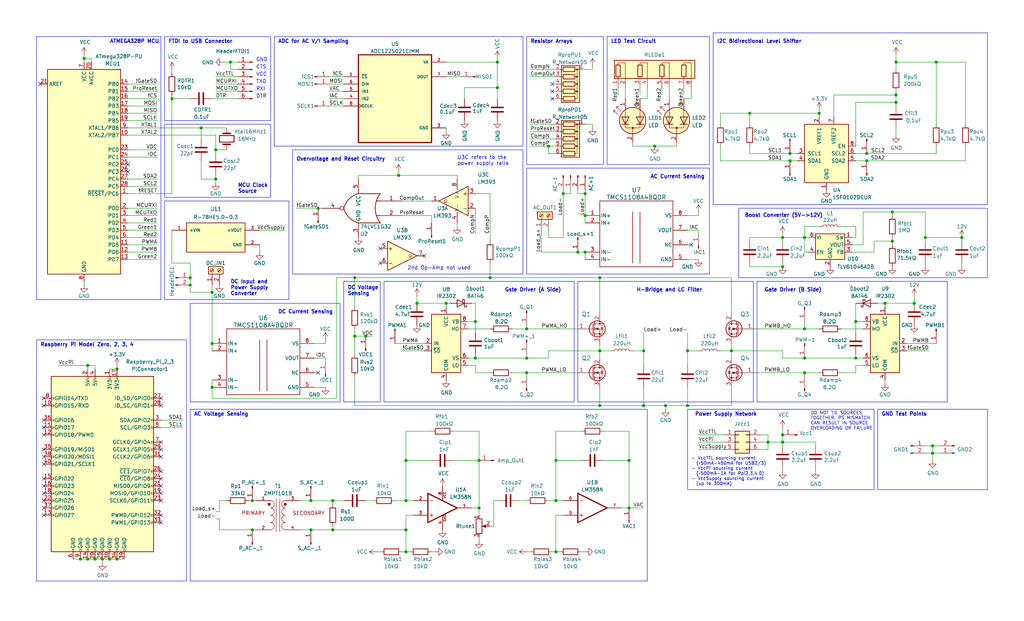
<source format=kicad_sch>
(kicad_sch (version 20231120) (generator "eeschema") (generator_version "8.0")
  (paper "USLegal")
  (title_block (title "AtInverter") (rev "1"))
  (junction (at 208.28 121.92))
  (junction (at 123.19 116.84))
  (junction (at 144.78 105.41))
  (junction (at 203.2 87.63))
  (junction (at 223.52 140.97))
  (junction (at 311.15 33.02))
  (junction (at 227.33 50.8))
  (junction (at 190.5 50.8))
  (junction (at 334.01 82.55))
  (junction (at 182.88 129.54))
  (junction (at 297.18 124.46))
  (junction (at 166.37 176.53))
  (junction (at 223.52 121.92))
  (junction (at 231.14 140.97))
  (junction (at 309.88 83.82))
  (junction (at 73.66 119.38))
  (junction (at 208.28 140.97))
  (junction (at 140.97 184.15))
  (junction (at 140.97 173.99))
  (junction (at 107.95 184.15))
  (junction (at 200.66 87.63))
  (junction (at 254 121.92))
  (junction (at 38.1 194.31))
  (junction (at 271.78 151.13))
  (junction (at 321.31 82.55))
  (junction (at 115.57 173.99))
  (junction (at 59.69 34.29))
  (junction (at 311.15 35.56))
  (junction (at 208.28 96.52))
  (junction (at 279.4 82.55))
  (junction (at 74.93 52.07))
  (junction (at 165.1 111.76))
  (junction (at 182.88 114.3))
  (junction (at 279.4 129.54))
  (junction (at 172.72 21.59))
  (junction (at 279.4 114.3))
  (junction (at 73.66 134.62))
  (junction (at 182.88 124.46))
  (junction (at 33.02 194.31))
  (junction (at 271.78 153.67))
  (junction (at 266.7 153.67))
  (junction (at 127 116.84))
  (junction (at 284.48 39.37))
  (junction (at 154.94 105.41))
  (junction (at 300.99 53.34))
  (junction (at 74.93 62.23))
  (junction (at 323.85 154.94))
  (junction (at 317.5 105.41))
  (junction (at 73.66 101.6))
  (junction (at 218.44 160.02))
  (junction (at 69.85 44.45))
  (junction (at 123.19 96.52))
  (junction (at 195.58 67.31))
  (junction (at 140.97 160.02))
  (junction (at 87.63 184.15))
  (junction (at 165.1 124.46))
  (junction (at 66.04 96.52))
  (junction (at 87.63 173.99))
  (junction (at 311.15 21.59))
  (junction (at 218.44 176.53))
  (junction (at 166.37 160.02))
  (junction (at 271.78 92.71))
  (junction (at 30.48 194.31))
  (junction (at 325.12 21.59))
  (junction (at 115.57 184.15))
  (junction (at 80.01 21.59))
  (junction (at 300.99 55.88))
  (junction (at 238.76 121.92))
  (junction (at 140.97 191.77))
  (junction (at 297.18 111.76))
  (junction (at 193.04 160.02))
  (junction (at 279.4 124.46))
  (junction (at 66.04 99.06))
  (junction (at 307.34 105.41))
  (junction (at 107.95 173.99))
  (junction (at 203.2 74.93))
  (junction (at 170.18 96.52))
  (junction (at 29.21 20.32))
  (junction (at 309.88 73.66))
  (junction (at 274.32 55.88))
  (junction (at 35.56 194.31))
  (junction (at 40.64 128.27))
  (junction (at 271.78 82.55))
  (junction (at 27.94 194.31))
  (junction (at 193.04 191.77))
  (junction (at 274.32 53.34))
  (junction (at 30.48 127))
  (junction (at 238.76 140.97))
  (junction (at 110.49 72.39))
  (junction (at 193.04 173.99))
  (junction (at 260.35 39.37))
  (junction (at 323.85 157.48))
  (junction (at 203.2 67.31))
  (junction (at 138.43 60.96))
  (junction (at 40.64 194.31))
  (junction (at 172.72 30.48))
  (no_connect (at 15.24 151.13))
  (no_connect (at 55.88 140.97))
  (no_connect (at 147.32 88.9))
  (no_connect (at 55.88 156.21))
  (no_connect (at 44.45 59.69))
  (no_connect (at 15.24 146.05))
  (no_connect (at 15.24 168.91))
  (no_connect (at 15.24 173.99))
  (no_connect (at 55.88 179.07))
  (no_connect (at 15.24 156.21))
  (no_connect (at 240.03 85.09))
  (no_connect (at 15.24 179.07))
  (no_connect (at 55.88 138.43))
  (no_connect (at 55.88 153.67))
  (no_connect (at 55.88 158.75))
  (no_connect (at 15.24 140.97))
  (no_connect (at 15.24 166.37))
  (no_connect (at 55.88 171.45))
  (no_connect (at 191.77 31.75))
  (no_connect (at 191.77 29.21))
  (no_connect (at 55.88 163.83))
  (no_connect (at 55.88 168.91))
  (no_connect (at 13.97 29.21))
  (no_connect (at 55.88 173.99))
  (no_connect (at 44.45 57.15))
  (no_connect (at 15.24 138.43))
  (no_connect (at 110.49 129.54))
  (no_connect (at 15.24 148.59))
  (no_connect (at 132.08 86.36))
  (no_connect (at 15.24 161.29))
  (no_connect (at 132.08 91.44))
  (no_connect (at 15.24 176.53))
  (no_connect (at 15.24 171.45))
  (no_connect (at 55.88 166.37))
  (no_connect (at 191.77 34.29))
  (no_connect (at 15.24 158.75))
  (no_connect (at 55.88 181.61))
  (wire (pts (xy 193.04 53.34) (xy 190.5 53.34)))
  (wire (pts (xy 115.57 184.15) (xy 140.97 184.15)))
  (wire (pts (xy 76.2 173.99) (xy 78.74 173.99)))
  (wire (pts (xy 203.2 87.63) (xy 203.2 90.17)))
  (wire (pts (xy 323.85 157.48) (xy 326.39 157.48)))
  (wire (pts (xy 261.62 129.54) (xy 279.4 129.54)))
  (wire (pts (xy 171.45 182.88) (xy 170.18 182.88)))
  (wire (pts (xy 74.93 46.99) (xy 74.93 52.07)))
  (wire (pts (xy 334.01 91.44) (xy 334.01 92.71)))
  (wire (pts (xy 44.45 52.07) (xy 54.61 52.07)))
  (wire (pts (xy 193.04 160.02) (xy 193.04 173.99)))
  (wire (pts (xy 114.3 34.29) (xy 119.38 34.29)))
  (wire (pts (xy 218.44 176.53) (xy 215.9 176.53)))
  (wire (pts (xy 191.77 34.29) (xy 193.04 34.29)))
  (wire (pts (xy 172.72 21.59) (xy 154.94 21.59)))
  (wire (pts (xy 208.28 96.52) (xy 254 96.52)))
  (wire (pts (xy 283.21 154.94) (xy 283.21 153.67)))
  (wire (pts (xy 180.34 173.99) (xy 182.88 173.99)))
  (wire (pts (xy 242.57 153.67) (xy 251.46 153.67)))
  (wire (pts (xy 161.29 30.48) (xy 161.29 34.29)))
  (wire (pts (xy 114.3 26.67) (xy 119.38 26.67)))
  (wire (pts (xy 127 173.99) (xy 129.54 173.99)))
  (wire (pts (xy 74.93 31.75) (xy 82.55 31.75)))
  (wire (pts (xy 184.15 26.67) (xy 193.04 26.67)))
  (wire (pts (xy 334.01 82.55) (xy 334.01 83.82)))
  (wire (pts (xy 73.66 34.29) (xy 82.55 34.29)))
  (wire (pts (xy 140.97 160.02) (xy 149.86 160.02)))
  (wire (pts (xy 250.19 50.8) (xy 250.19 55.88)))
  (wire (pts (xy 271.78 124.46) (xy 279.4 124.46)))
  (wire (pts (xy 69.85 44.45) (xy 69.85 48.26)))
  (wire (pts (xy 279.4 82.55) (xy 279.4 87.63)))
  (wire (pts (xy 218.44 160.02) (xy 218.44 176.53)))
  (wire (pts (xy 31.75 21.59) (xy 31.75 20.32)))
  (wire (pts (xy 76.2 180.34) (xy 74.93 180.34)))
  (wire (pts (xy 229.87 30.48) (xy 229.87 33.02)))
  (wire (pts (xy 154.94 105.41) (xy 156.21 105.41)))
  (wire (pts (xy 59.69 34.29) (xy 59.69 67.31)))
  (wire (pts (xy 190.5 50.8) (xy 190.5 53.34)))
  (wire (pts (xy 86.36 173.99) (xy 87.63 173.99)))
  (wire (pts (xy 184.15 48.26) (xy 193.04 48.26)))
  (wire (pts (xy 321.31 82.55) (xy 334.01 82.55)))
  (wire (pts (xy 123.19 130.81) (xy 123.19 140.97)))
  (wire (pts (xy 59.69 24.13) (xy 59.69 25.4)))
  (wire (pts (xy 123.19 116.84) (xy 123.19 123.19)))
  (wire (pts (xy 266.7 153.67) (xy 271.78 153.67)))
  (wire (pts (xy 30.48 127) (xy 30.48 128.27)))
  (wire (pts (xy 29.21 99.06) (xy 29.21 97.79)))
  (wire (pts (xy 193.04 191.77) (xy 193.04 179.07)))
  (wire (pts (xy 223.52 134.62) (xy 223.52 140.97)))
  (wire (pts (xy 238.76 115.57) (xy 238.76 121.92)))
  (wire (pts (xy 184.15 24.13) (xy 193.04 24.13)))
  (wire (pts (xy 115.57 173.99) (xy 119.38 173.99)))
  (wire (pts (xy 44.45 90.17) (xy 54.61 90.17)))
  (wire (pts (xy 44.45 46.99) (xy 74.93 46.99)))
  (wire (pts (xy 82.55 24.13) (xy 80.01 24.13)))
  (wire (pts (xy 274.32 53.34) (xy 276.86 53.34)))
  (wire (pts (xy 166.37 179.07) (xy 166.37 176.53)))
  (wire (pts (xy 161.29 30.48) (xy 172.72 30.48)))
  (wire (pts (xy 115.57 173.99) (xy 115.57 175.26)))
  (wire (pts (xy 200.66 67.31) (xy 203.2 67.31)))
  (wire (pts (xy 76.2 184.15) (xy 87.63 184.15)))
  (wire (pts (xy 250.19 39.37) (xy 250.19 43.18)))
  (wire (pts (xy 139.7 191.77) (xy 140.97 191.77)))
  (wire (pts (xy 254 119.38) (xy 254 121.92)))
  (wire (pts (xy 44.45 87.63) (xy 54.61 87.63)))
  (wire (pts (xy 208.28 121.92) (xy 212.09 121.92)))
  (wire (pts (xy 208.28 134.62) (xy 208.28 140.97)))
  (wire (pts (xy 139.7 69.85) (xy 149.86 69.85)))
  (wire (pts (xy 203.2 67.31) (xy 203.2 74.93)))
  (wire (pts (xy 234.95 49.53) (xy 234.95 50.8)))
  (wire (pts (xy 284.48 39.37) (xy 284.48 40.64)))
  (wire (pts (xy 27.94 194.31) (xy 30.48 194.31)))
  (wire (pts (xy 300.99 55.88) (xy 335.28 55.88)))
  (wire (pts (xy 254 121.92) (xy 271.78 121.92)))
  (wire (pts (xy 166.37 149.86) (xy 166.37 160.02)))
  (wire (pts (xy 208.28 140.97) (xy 223.52 140.97)))
  (wire (pts (xy 271.78 162.56) (xy 271.78 163.83)))
  (wire (pts (xy 190.5 80.01) (xy 190.5 82.55)))
  (wire (pts (xy 261.62 114.3) (xy 279.4 114.3)))
  (wire (pts (xy 203.2 74.93) (xy 203.2 77.47)))
  (wire (pts (xy 184.15 45.72) (xy 193.04 45.72)))
  (wire (pts (xy 299.72 73.66) (xy 299.72 85.09)))
  (wire (pts (xy 238.76 121.92) (xy 242.57 121.92)))
  (wire (pts (xy 182.88 114.3) (xy 182.88 113.03)))
  (wire (pts (xy 73.66 119.38) (xy 73.66 121.92)))
  (wire (pts (xy 116.84 96.52) (xy 123.19 96.52)))
  (wire (pts (xy 200.66 87.63) (xy 187.96 87.63)))
  (wire (pts (xy 116.84 138.43) (xy 116.84 96.52)))
  (wire (pts (xy 170.18 96.52) (xy 208.28 96.52)))
  (wire (pts (xy 31.75 20.32) (xy 29.21 20.32)))
  (wire (pts (xy 165.1 111.76) (xy 165.1 105.41)))
  (wire (pts (xy 299.72 111.76) (xy 297.18 111.76)))
  (wire (pts (xy 109.22 119.38) (xy 113.03 119.38)))
  (wire (pts (xy 90.17 87.63) (xy 90.17 85.09)))
  (wire (pts (xy 297.18 111.76) (xy 297.18 105.41)))
  (wire (pts (xy 297.18 127) (xy 299.72 127)))
  (wire (pts (xy 166.37 160.02) (xy 166.37 176.53)))
  (wire (pts (xy 224.79 30.48) (xy 224.79 34.29)))
  (wire (pts (xy 163.83 176.53) (xy 166.37 176.53)))
  (wire (pts (xy 260.35 39.37) (xy 250.19 39.37)))
  (wire (pts (xy 44.45 85.09) (xy 54.61 85.09)))
  (wire (pts (xy 182.88 123.19) (xy 182.88 124.46)))
  (wire (pts (xy 260.35 82.55) (xy 271.78 82.55)))
  (wire (pts (xy 69.85 44.45) (xy 78.74 44.45)))
  (wire (pts (xy 74.93 29.21) (xy 82.55 29.21)))
  (wire (pts (xy 321.31 91.44) (xy 321.31 92.71)))
  (wire (pts (xy 322.58 121.92) (xy 314.96 121.92)))
  (wire (pts (xy 321.31 82.55) (xy 321.31 83.82)))
  (wire (pts (xy 165.1 105.41) (xy 163.83 105.41)))
  (wire (pts (xy 137.16 119.38) (xy 147.32 119.38)))
  (wire (pts (xy 73.66 138.43) (xy 73.66 134.62)))
  (wire (pts (xy 309.88 83.82) (xy 309.88 85.09)))
  (wire (pts (xy 162.56 114.3) (xy 170.18 114.3)))
  (wire (pts (xy 138.43 60.96) (xy 158.75 60.96)))
  (wire (pts (xy 323.85 154.94) (xy 323.85 157.48)))
  (wire (pts (xy 292.1 114.3) (xy 299.72 114.3)))
  (wire (pts (xy 254 134.62) (xy 254 140.97)))
  (wire (pts (xy 74.93 52.07) (xy 78.74 52.07)))
  (wire (pts (xy 87.63 173.99) (xy 88.9 173.99)))
  (wire (pts (xy 69.85 62.23) (xy 74.93 62.23)))
  (wire (pts (xy 271.78 82.55) (xy 271.78 83.82)))
  (wire (pts (xy 325.12 21.59) (xy 325.12 43.18)))
  (wire (pts (xy 271.78 154.94) (xy 271.78 153.67)))
  (wire (pts (xy 266.7 153.67) (xy 266.7 156.21)))
  (wire (pts (xy 124.46 60.96) (xy 124.46 62.23)))
  (wire (pts (xy 260.35 39.37) (xy 260.35 43.18)))
  (wire (pts (xy 154.94 105.41) (xy 154.94 106.68)))
  (wire (pts (xy 177.8 129.54) (xy 182.88 129.54)))
  (wire (pts (xy 170.18 67.31) (xy 170.18 83.82)))
  (wire (pts (xy 289.56 33.02) (xy 311.15 33.02)))
  (wire (pts (xy 143.51 173.99) (xy 140.97 173.99)))
  (wire (pts (xy 300.99 53.34) (xy 325.12 53.34)))
  (wire (pts (xy 271.78 151.13) (xy 271.78 148.59)))
  (wire (pts (xy 123.19 96.52) (xy 170.18 96.52)))
  (wire (pts (xy 74.93 52.07) (xy 74.93 53.34)))
  (wire (pts (xy 193.04 179.07) (xy 195.58 179.07)))
  (wire (pts (xy 191.77 191.77) (xy 193.04 191.77)))
  (wire (pts (xy 224.79 34.29) (xy 222.25 34.29)))
  (wire (pts (xy 29.21 20.32) (xy 29.21 21.59)))
  (wire (pts (xy 303.53 83.82) (xy 309.88 83.82)))
  (wire (pts (xy 113.03 125.73) (xy 113.03 124.46)))
  (wire (pts (xy 321.31 154.94) (xy 323.85 154.94)))
  (wire (pts (xy 149.86 149.86) (xy 140.97 149.86)))
  (wire (pts (xy 166.37 186.69) (xy 166.37 187.96)))
  (wire (pts (xy 193.04 149.86) (xy 193.04 160.02)))
  (wire (pts (xy 137.16 173.99) (xy 140.97 173.99)))
  (wire (pts (xy 172.72 21.59) (xy 172.72 30.48)))
  (wire (pts (xy 149.86 74.93) (xy 149.86 77.47)))
  (wire (pts (xy 260.35 53.34) (xy 274.32 53.34)))
  (wire (pts (xy 177.8 114.3) (xy 182.88 114.3)))
  (wire (pts (xy 297.18 78.74) (xy 297.18 82.55)))
  (wire (pts (xy 279.4 124.46) (xy 297.18 124.46)))
  (wire (pts (xy 307.34 133.35) (xy 307.34 132.08)))
  (wire (pts (xy 25.4 194.31) (xy 27.94 194.31)))
  (wire (pts (xy 66.04 96.52) (xy 66.04 99.06)))
  (wire (pts (xy 172.72 20.32) (xy 172.72 21.59)))
  (wire (pts (xy 73.66 101.6) (xy 73.66 119.38)))
  (wire (pts (xy 190.5 121.92) (xy 208.28 121.92)))
  (wire (pts (xy 295.91 87.63) (xy 303.53 87.63)))
  (wire (pts (xy 335.28 50.8) (xy 335.28 55.88)))
  (wire (pts (xy 292.1 129.54) (xy 297.18 129.54)))
  (wire (pts (xy 284.48 38.1) (xy 284.48 39.37)))
  (wire (pts (xy 297.18 129.54) (xy 297.18 127)))
  (wire (pts (xy 82.55 26.67) (xy 74.93 26.67)))
  (wire (pts (xy 165.1 127) (xy 162.56 127)))
  (wire (pts (xy 74.93 62.23) (xy 74.93 60.96)))
  (wire (pts (xy 35.56 194.31) (xy 38.1 194.31)))
  (wire (pts (xy 191.77 31.75) (xy 193.04 31.75)))
  (wire (pts (xy 190.5 50.8) (xy 193.04 50.8)))
  (wire (pts (xy 242.57 81.28) (xy 242.57 80.01)))
  (wire (pts (xy 222.25 30.48) (xy 222.25 33.02)))
  (wire (pts (xy 29.21 19.05) (xy 29.21 20.32)))
  (wire (pts (xy 182.88 130.81) (xy 182.88 129.54)))
  (wire (pts (xy 195.58 67.31) (xy 198.12 67.31)))
  (wire (pts (xy 311.15 21.59) (xy 311.15 24.13)))
  (wire (pts (xy 44.45 82.55) (xy 54.61 82.55)))
  (wire (pts (xy 144.78 105.41) (xy 154.94 105.41)))
  (wire (pts (xy 323.85 157.48) (xy 323.85 160.02)))
  (wire (pts (xy 279.4 114.3) (xy 284.48 114.3)))
  (wire (pts (xy 40.64 194.31) (xy 43.18 194.31)))
  (wire (pts (xy 44.45 36.83) (xy 54.61 36.83)))
  (wire (pts (xy 87.63 184.15) (xy 88.9 184.15)))
  (wire (pts (xy 59.69 91.44) (xy 59.69 80.01)))
  (wire (pts (xy 292.1 78.74) (xy 297.18 78.74)))
  (wire (pts (xy 123.19 116.84) (xy 127 116.84)))
  (wire (pts (xy 182.88 191.77) (xy 184.15 191.77)))
  (wire (pts (xy 165.1 67.31) (xy 170.18 67.31)))
  (wire (pts (xy 73.66 132.08) (xy 73.66 134.62)))
  (wire (pts (xy 254 121.92) (xy 254 124.46)))
  (wire (pts (xy 44.45 29.21) (xy 54.61 29.21)))
  (wire (pts (xy 325.12 50.8) (xy 325.12 53.34)))
  (wire (pts (xy 231.14 140.97) (xy 238.76 140.97)))
  (wire (pts (xy 284.48 39.37) (xy 260.35 39.37)))
  (wire (pts (xy 139.7 121.92) (xy 147.32 121.92)))
  (wire (pts (xy 82.55 21.59) (xy 80.01 21.59)))
  (wire (pts (xy 182.88 129.54) (xy 200.66 129.54)))
  (wire (pts (xy 127 116.84) (xy 129.54 116.84)))
  (wire (pts (xy 218.44 149.86) (xy 218.44 160.02)))
  (wire (pts (xy 66.04 91.44) (xy 59.69 91.44)))
  (wire (pts (xy 311.15 35.56) (xy 311.15 36.83)))
  (wire (pts (xy 165.1 115.57) (xy 165.1 111.76)))
  (wire (pts (xy 203.2 87.63) (xy 200.66 87.63)))
  (wire (pts (xy 321.31 73.66) (xy 321.31 82.55)))
  (wire (pts (xy 260.35 92.71) (xy 271.78 92.71)))
  (wire (pts (xy 280.67 82.55) (xy 279.4 82.55)))
  (wire (pts (xy 303.53 83.82) (xy 303.53 87.63)))
  (wire (pts (xy 279.4 130.81) (xy 279.4 129.54)))
  (wire (pts (xy 44.45 72.39) (xy 54.61 72.39)))
  (wire (pts (xy 193.04 173.99) (xy 195.58 173.99)))
  (wire (pts (xy 250.19 121.92) (xy 254 121.92)))
  (wire (pts (xy 289.56 33.02) (xy 289.56 40.64)))
  (wire (pts (xy 104.14 184.15) (xy 107.95 184.15)))
  (wire (pts (xy 311.15 31.75) (xy 311.15 33.02)))
  (wire (pts (xy 55.88 146.05) (xy 63.5 146.05)))
  (wire (pts (xy 66.04 101.6) (xy 73.66 101.6)))
  (wire (pts (xy 223.52 140.97) (xy 231.14 140.97)))
  (wire (pts (xy 311.15 21.59) (xy 325.12 21.59)))
  (wire (pts (xy 73.66 138.43) (xy 116.84 138.43)))
  (wire (pts (xy 208.28 119.38) (xy 208.28 121.92)))
  (wire (pts (xy 44.45 67.31) (xy 59.69 67.31)))
  (wire (pts (xy 165.1 129.54) (xy 170.18 129.54)))
  (wire (pts (xy 279.4 129.54) (xy 284.48 129.54)))
  (wire (pts (xy 274.32 55.88) (xy 276.86 55.88)))
  (wire (pts (xy 144.78 102.87) (xy 144.78 105.41)))
  (wire (pts (xy 162.56 111.76) (xy 165.1 111.76)))
  (wire (pts (xy 142.24 191.77) (xy 140.97 191.77)))
  (wire (pts (xy 190.5 124.46) (xy 190.5 121.92)))
  (wire (pts (xy 40.64 127) (xy 40.64 128.27)))
  (wire (pts (xy 208.28 96.52) (xy 208.28 109.22)))
  (wire (pts (xy 238.76 140.97) (xy 254 140.97)))
  (wire (pts (xy 232.41 30.48) (xy 232.41 34.29)))
  (wire (pts (xy 76.2 180.34) (xy 76.2 184.15)))
  (wire (pts (xy 317.5 105.41) (xy 307.34 105.41)))
  (wire (pts (xy 335.28 21.59) (xy 335.28 43.18)))
  (wire (pts (xy 231.14 140.97) (xy 231.14 142.24)))
  (wire (pts (xy 195.58 82.55) (xy 190.5 82.55)))
  (wire (pts (xy 119.38 36.83) (xy 114.3 36.83)))
  (wire (pts (xy 158.75 77.47) (xy 158.75 78.74)))
  (wire (pts (xy 154.94 26.67) (xy 160.02 26.67)))
  (wire (pts (xy 140.97 160.02) (xy 140.97 173.99)))
  (wire (pts (xy 115.57 182.88) (xy 115.57 184.15)))
  (wire (pts (xy 309.88 73.66) (xy 321.31 73.66)))
  (wire (pts (xy 90.17 80.01) (xy 99.06 80.01)))
  (wire (pts (xy 279.4 111.76) (xy 279.4 114.3)))
  (wire (pts (xy 73.66 99.06) (xy 73.66 101.6)))
  (wire (pts (xy 107.95 173.99) (xy 115.57 173.99)))
  (wire (pts (xy 80.01 24.13) (xy 80.01 21.59)))
  (wire (pts (xy 119.38 31.75) (xy 114.3 31.75)))
  (wire (pts (xy 165.1 129.54) (xy 165.1 127)))
  (wire (pts (xy 171.45 173.99) (xy 171.45 182.88)))
  (wire (pts (xy 76.2 177.8) (xy 76.2 173.99)))
  (wire (pts (xy 271.78 81.28) (xy 271.78 82.55)))
  (wire (pts (xy 123.19 140.97) (xy 208.28 140.97)))
  (wire (pts (xy 119.38 29.21) (xy 114.3 29.21)))
  (wire (pts (xy 205.74 43.18) (xy 203.2 43.18)))
  (wire (pts (xy 184.15 50.8) (xy 190.5 50.8)))
  (wire (pts (xy 200.66 67.31) (xy 200.66 66.04)))
  (wire (pts (xy 193.04 173.99) (xy 190.5 173.99)))
  (wire (pts (xy 238.76 134.62) (xy 238.76 140.97)))
  (wire (pts (xy 44.45 39.37) (xy 54.61 39.37)))
  (wire (pts (xy 307.34 105.41) (xy 307.34 106.68)))
  (wire (pts (xy 149.86 191.77) (xy 151.13 191.77)))
  (wire (pts (xy 110.49 72.39) (xy 111.76 72.39)))
  (wire (pts (xy 266.7 156.21) (xy 264.16 156.21)))
  (wire (pts (xy 311.15 19.05) (xy 311.15 21.59)))
  (wire (pts (xy 194.31 191.77) (xy 193.04 191.77)))
  (wire (pts (xy 311.15 35.56) (xy 297.18 35.56)))
  (wire (pts (xy 187.96 87.63) (xy 187.96 80.01)))
  (wire (pts (xy 55.88 148.59) (xy 63.5 148.59)))
  (wire (pts (xy 102.87 72.39) (xy 110.49 72.39)))
  (wire (pts (xy 198.12 66.04) (xy 198.12 67.31)))
  (wire (pts (xy 240.03 30.48) (xy 240.03 34.29)))
  (wire (pts (xy 242.57 151.13) (xy 251.46 151.13)))
  (wire (pts (xy 195.58 67.31) (xy 195.58 82.55)))
  (wire (pts (xy 30.48 194.31) (xy 33.02 194.31)))
  (wire (pts (xy 191.77 29.21) (xy 193.04 29.21)))
  (wire (pts (xy 266.7 151.13) (xy 264.16 151.13)))
  (wire (pts (xy 260.35 82.55) (xy 260.35 83.82)))
  (wire (pts (xy 157.48 149.86) (xy 166.37 149.86)))
  (wire (pts (xy 124.46 60.96) (xy 138.43 60.96)))
  (wire (pts (xy 234.95 50.8) (xy 227.33 50.8)))
  (wire (pts (xy 44.45 64.77) (xy 54.61 64.77)))
  (wire (pts (xy 33.02 127) (xy 33.02 128.27)))
  (wire (pts (xy 113.03 134.62) (xy 109.22 134.62)))
  (wire (pts (xy 250.19 55.88) (xy 274.32 55.88)))
  (wire (pts (xy 242.57 156.21) (xy 251.46 156.21)))
  (wire (pts (xy 104.14 173.99) (xy 107.95 173.99)))
  (wire (pts (xy 321.31 157.48) (xy 323.85 157.48)))
  (wire (pts (xy 240.03 85.09) (xy 238.76 85.09)))
  (wire (pts (xy 69.85 55.88) (xy 69.85 62.23)))
  (wire (pts (xy 140.97 184.15) (xy 140.97 191.77)))
  (wire (pts (xy 314.96 119.38) (xy 325.12 119.38)))
  (wire (pts (xy 74.93 62.23) (xy 74.93 63.5)))
  (wire (pts (xy 242.57 90.17) (xy 238.76 90.17)))
  (wire (pts (xy 209.55 160.02) (xy 218.44 160.02)))
  (wire (pts (xy 80.01 21.59) (xy 77.47 21.59)))
  (wire (pts (xy 309.88 73.66) (xy 309.88 74.93)))
  (wire (pts (xy 311.15 33.02) (xy 311.15 35.56)))
  (wire (pts (xy 203.2 191.77) (xy 201.93 191.77)))
  (wire (pts (xy 205.74 22.86) (xy 205.74 24.13)))
  (wire (pts (xy 271.78 153.67) (xy 283.21 153.67)))
  (wire (pts (xy 260.35 91.44) (xy 260.35 92.71)))
  (wire (pts (xy 165.1 72.39) (xy 165.1 81.28)))
  (wire (pts (xy 279.4 78.74) (xy 279.4 82.55)))
  (wire (pts (xy 238.76 127) (xy 238.76 121.92)))
  (wire (pts (xy 309.88 82.55) (xy 309.88 83.82)))
  (wire (pts (xy 205.74 24.13) (xy 203.2 24.13)))
  (wire (pts (xy 138.43 59.69) (xy 138.43 60.96)))
  (wire (pts (xy 309.88 73.66) (xy 299.72 73.66)))
  (wire (pts (xy 254 96.52) (xy 254 109.22)))
  (wire (pts (xy 182.88 124.46) (xy 190.5 124.46)))
  (wire (pts (xy 219.71 49.53) (xy 219.71 50.8)))
  (wire (pts (xy 172.72 173.99) (xy 171.45 173.99)))
  (wire (pts (xy 44.45 41.91) (xy 54.61 41.91)))
  (wire (pts (xy 158.75 60.96) (xy 158.75 62.23)))
  (wire (pts (xy 59.69 33.02) (xy 59.69 34.29)))
  (wire (pts (xy 20.32 127) (xy 30.48 127)))
  (wire (pts (xy 123.19 96.52) (xy 123.19 106.68)))
  (wire (pts (xy 271.78 92.71) (xy 271.78 91.44)))
  (wire (pts (xy 297.18 123.19) (xy 297.18 124.46)))
  (wire (pts (xy 162.56 124.46) (xy 165.1 124.46)))
  (wire (pts (xy 107.95 184.15) (xy 115.57 184.15)))
  (wire (pts (xy 209.55 149.86) (xy 218.44 149.86)))
  (wire (pts (xy 44.45 44.45) (xy 69.85 44.45)))
  (wire (pts (xy 44.45 74.93) (xy 54.61 74.93)))
  (wire (pts (xy 297.18 35.56) (xy 297.18 50.8)))
  (wire (pts (xy 130.81 191.77) (xy 132.08 191.77)))
  (wire (pts (xy 238.76 80.01) (xy 242.57 80.01)))
  (wire (pts (xy 223.52 121.92) (xy 223.52 127)))
  (wire (pts (xy 44.45 31.75) (xy 54.61 31.75)))
  (wire (pts (xy 297.18 53.34) (xy 300.99 53.34)))
  (wire (pts (xy 237.49 30.48) (xy 237.49 33.02)))
  (wire (pts (xy 208.28 121.92) (xy 208.28 124.46)))
  (wire (pts (xy 30.48 127) (xy 33.02 127)))
  (wire (pts (xy 33.02 194.31) (xy 35.56 194.31)))
  (wire (pts (xy 271.78 82.55) (xy 279.4 82.55)))
  (wire (pts (xy 325.12 21.59) (xy 335.28 21.59)))
  (wire (pts (xy 297.18 82.55) (xy 295.91 82.55)))
  (wire (pts (xy 35.56 194.31) (xy 35.56 195.58)))
  (wire (pts (xy 172.72 30.48) (xy 172.72 34.29)))
  (wire (pts (xy 44.45 80.01) (xy 54.61 80.01)))
  (wire (pts (xy 297.18 111.76) (xy 297.18 115.57)))
  (wire (pts (xy 295.91 85.09) (xy 299.72 85.09)))
  (wire (pts (xy 271.78 121.92) (xy 271.78 124.46)))
  (wire (pts (xy 284.48 78.74) (xy 279.4 78.74)))
  (wire (pts (xy 219.71 50.8) (xy 227.33 50.8)))
  (wire (pts (xy 165.1 123.19) (xy 165.1 124.46)))
  (wire (pts (xy 110.49 129.54) (xy 109.22 129.54)))
  (wire (pts (xy 205.74 43.18) (xy 205.74 44.45)))
  (wire (pts (xy 201.93 149.86) (xy 193.04 149.86)))
  (wire (pts (xy 238.76 74.93) (xy 242.57 74.93)))
  (wire (pts (xy 299.72 124.46) (xy 297.18 124.46)))
  (wire (pts (xy 184.15 43.18) (xy 193.04 43.18)))
  (wire (pts (xy 140.97 179.07) (xy 143.51 179.07)))
  (wire (pts (xy 201.93 160.02) (xy 193.04 160.02)))
  (wire (pts (xy 182.88 114.3) (xy 200.66 114.3)))
  (wire (pts (xy 323.85 154.94) (xy 326.39 154.94)))
  (wire (pts (xy 140.97 149.86) (xy 140.97 160.02)))
  (wire (pts (xy 214.63 30.48) (xy 214.63 33.02)))
  (wire (pts (xy 223.52 115.57) (xy 223.52 121.92)))
  (wire (pts (xy 264.16 153.67) (xy 266.7 153.67)))
  (wire (pts (xy 217.17 30.48) (xy 217.17 34.29)))
  (wire (pts (xy 140.97 179.07) (xy 140.97 184.15)))
  (wire (pts (xy 240.03 34.29) (xy 237.49 34.29)))
  (wire (pts (xy 195.58 66.04) (xy 195.58 67.31)))
  (wire (pts (xy 113.03 119.38) (xy 113.03 118.11)))
  (wire (pts (xy 44.45 62.23) (xy 54.61 62.23)))
  (wire (pts (xy 74.93 177.8) (xy 76.2 177.8)))
  (wire (pts (xy 271.78 151.13) (xy 271.78 153.67)))
  (wire (pts (xy 242.57 74.93) (xy 242.57 73.66)))
  (wire (pts (xy 170.18 91.44) (xy 170.18 96.52)))
  (wire (pts (xy 297.18 55.88) (xy 300.99 55.88)))
  (wire (pts (xy 44.45 54.61) (xy 54.61 54.61)))
  (wire (pts (xy 66.04 91.44) (xy 66.04 96.52)))
  (wire (pts (xy 266.7 153.67) (xy 266.7 151.13)))
  (wire (pts (xy 38.1 194.31) (xy 40.64 194.31)))
  (wire (pts (xy 307.34 105.41) (xy 304.8 105.41)))
  (wire (pts (xy 311.15 44.45) (xy 311.15 46.99)))
  (wire (pts (xy 157.48 160.02) (xy 166.37 160.02)))
  (wire (pts (xy 123.19 114.3) (xy 123.19 116.84)))
  (wire (pts (xy 219.71 121.92) (xy 223.52 121.92)))
  (wire (pts (xy 260.35 50.8) (xy 260.35 53.34)))
  (wire (pts (xy 66.04 99.06) (xy 66.04 101.6)))
  (wire (pts (xy 283.21 162.56) (xy 283.21 163.83)))
  (wire (pts (xy 38.1 128.27) (xy 40.64 128.27)))
  (wire (pts (xy 44.45 34.29) (xy 54.61 34.29)))
  (wire (pts (xy 44.45 77.47) (xy 54.61 77.47)))
  (wire (pts (xy 154.94 44.45) (xy 154.94 45.72)))
  (wire (pts (xy 165.1 124.46) (xy 182.88 124.46)))
  (wire (pts (xy 317.5 102.87) (xy 317.5 105.41)))
  (wire (pts (xy 59.69 34.29) (xy 66.04 34.29)))
  (wire (pts (xy 113.03 124.46) (xy 109.22 124.46)))
  (wire (pts (xy 280.67 87.63) (xy 279.4 87.63)))
  (wire (pts (xy 139.7 74.93) (xy 149.86 74.93)))
  (wire (pts (xy 203.2 66.04) (xy 203.2 67.31)))
  (wire (pts (xy 218.44 176.53) (xy 223.52 176.53)))
  (rectangle (start 238.76 142.24) (end 303.53 170.18))
  (rectangle (start 119.38 97.79) (end 132.08 139.7))
  (rectangle (start 247.65 11.43) (end 342.9 71.12))
  (rectangle (start 210.82 12.7) (end 246.38 57.15))
  (rectangle (start 66.04 142.24) (end 224.79 201.93))
  (rectangle (start 101.6 52.07) (end 181.61 95.25))
  (rectangle (start 200.66 97.79) (end 261.62 139.7))
  (rectangle (start 262.89 97.79) (end 328.93 139.7))
  (rectangle (start 57.15 12.7) (end 93.98 41.91))
  (rectangle (start 182.88 58.42) (end 246.38 95.25))
  (rectangle (start 12.7 12.7) (end 55.88 104.14))
  (rectangle (start 57.15 69.85) (end 100.33 104.14))
  (rectangle (start 304.8 142.24) (end 342.9 170.18))
  (rectangle (start 66.04 105.41) (end 118.11 139.7))
  (rectangle (start 256.54 72.39) (end 342.9 96.52))
  (rectangle (start 182.88 12.7) (end 209.55 57.15))
  (rectangle (start 95.25 12.7) (end 181.61 50.8))
  (rectangle (start 12.7 118.11) (end 64.77 201.93))
  (rectangle (start 133.35 97.79) (end 199.39 139.7))
  (rectangle (start 57.15 43.18) (end 93.98 68.58))
  (text "RXI" (at 88.9 31.75 0) (effects (font (size 1.27 1.27)) (justify left bottom)))
  (text "MCU Clock\nSource" (at 82.55 67.31 0) (effects (font (size 1.27 1.27) (thickness 0.254) (bold yes)) (justify left bottom)))
  (text "ADC for AC V/I Sampling" (at 96.52 15.24 0) (effects (font (size 1.27 1.27) (thickness 0.254) (bold yes)) (justify left bottom)))
  (text "AC Current Sensing" (at 225.806 62.23 0) (effects (font (size 1.27 1.27) (thickness 0.254) (bold yes)) (justify left bottom)))
  (text "Overvoltage and Reset Circuitry" (at 102.87 56.134 0) (effects (font (size 1.27 1.27) (thickness 0.254) (bold yes)) (justify left bottom)))
  (text "Power Supply Network" (at 241.3 144.78 0) (effects (font (size 1.27 1.27) (thickness 0.254) (bold yes)) (justify left bottom)))
  (text "Boost Converter (5V->12V)" (at 258.572 75.692 0) (effects (font (size 1.27 1.27) (thickness 0.254) (bold yes)) (justify left bottom)))
  (text "GND" (at 88.9 21.59 0) (effects (font (size 1.27 1.27)) (justify left bottom)))
  (text "ATMEGA328P MCU" (at 38.1 15.24 0) (effects (font (size 1.27 1.27) (thickness 0.254) (bold yes)) (justify left bottom)))
  (text "Raspberry Pi Model Zero, 2, 3, 4 " (at 13.97 120.65 0) (effects (font (size 1.27 1.27) (thickness 0.254) (bold yes)) (justify left bottom)))
  (text "VCC" (at 88.9 26.67 0) (effects (font (size 1.27 1.27)) (justify left bottom)))
  (text "FTDI to USB Connector" (at 58.42 15.24 0) (effects (font (size 1.27 1.27) (thickness 0.254) (bold yes)) (justify left bottom)))
  (text "DC Voltage \nSensing" (at 120.65 102.87 0) (effects (font (size 1.27 1.27) (thickness 0.254) (bold yes)) (justify left bottom)))
  (text "DO NOT TIE SOURCES \nTOGETHER. PS MISMATCH \nCAN RESULT IN SOURCE\nOVERLOADING OR FAILURE" (at 281.432 149.606 0) (effects (font (size 1.1 1.1) (thickness 0.1375)) (justify left bottom)))
  (text "TX0" (at 88.9 29.21 0) (effects (font (size 1.27 1.27)) (justify left bottom)))
  (text "H-Bridge and LC Filter" (at 220.98 101.6 0) (effects (font (size 1.27 1.27) (thickness 0.254) (bold yes)) (justify left bottom)))
  (text "AC Voltage Sensing" (at 67.31 144.78 0) (effects (font (size 1.27 1.27) (thickness 0.254) (bold yes)) (justify left bottom)))
  (text "I2C Bidirectional Level Shifter" (at 248.92 15.24 0) (effects (font (size 1.27 1.27) (thickness 0.254) (bold yes)) (justify left bottom)))
  (text "Gate Driver (B Side)" (at 265.43 101.6 0) (effects (font (size 1.27 1.27) (thickness 0.254) (bold yes)) (justify left bottom)))
  (text "U3C refers to the \npower supply rails" (at 158.75 57.658 0) (effects (font (size 1.27 1.27)) (justify left bottom)))
  (text "DC Input and\nPower Supply\nConverter" (at 80.01 102.87 0) (effects (font (size 1.27 1.27) (thickness 0.254) (bold yes)) (justify left bottom)))
  (text "- VccTTL sourcing current\n  (~50mA-450mA for USB2/3)\n- VccPi sourcing current\n  (~500mA-1A for Rpi2,3,4,0)\n- VccSupply sourcing current\n  (up to 300mA)\n" (at 240.03 168.91 0) (effects (font (size 1.1 1.1)) (justify left bottom)))
  (text "DTR" (at 88.9 34.29 0) (effects (font (size 1.27 1.27)) (justify left bottom)))
  (text "LED Test Circuit" (at 212.09 15.24 0) (effects (font (size 1.27 1.27) (thickness 0.254) (bold yes)) (justify left bottom)))
  (text "CTS" (at 88.9 24.13 0) (effects (font (size 1.27 1.27)) (justify left bottom)))
  (text "2nd Op-Amp not used\n" (at 141.478 93.98 0) (effects (font (size 1.27 1.27)) (justify left bottom)))
  (text "Resistor Arrays" (at 184.15 15.24 0) (effects (font (size 1.27 1.27) (thickness 0.254) (bold yes)) (justify left bottom)))
  (text "DC Current Sensing" (at 96.52 109.22 0) (effects (font (size 1.27 1.27) (thickness 0.254) (bold yes)) (justify left bottom)))
  (text "GND Test Points" (at 306.07 144.78 0) (effects (font (size 1.27 1.27) (thickness 0.254) (bold yes)) (justify left bottom)))
  (text "Gste Driver (A Side)" (at 175.26 101.6 0) (effects (font (size 1.27 1.27) (thickness 0.254) (bold yes)) (justify left bottom)))
  (label "VccPi" (at 20.32 127 0))
  (label "PWMB_HO" (at 265.43 114.3 0))
  (label "DTR" (at 74.93 34.29 0))
  (label "CompOut" (at 184.15 26.67 0))
  (label "Red2" (at 229.87 30.48 270))
  (label "IAC" (at 114.3 34.29 0))
  (label "CompN" (at 184.15 24.13 0))
  (label "SDA1" (at 63.5 146.05 180))
  (label "!GateSD" (at 322.58 121.92 180))
  (label "MCUTXO" (at 54.61 74.93 180))
  (label "PWMA" (at 54.61 85.09 180))
  (label "VccSupply" (at 242.57 156.21 0))
  (label "Green2" (at 237.49 30.48 270))
  (label "MCURXI" (at 74.93 29.21 0))
  (label "PWMB" (at 54.61 87.63 180))
  (label "Load_s+" (at 187.96 87.63 90))
  (label "PWMB_LO" (at 274.32 129.54 180))
  (label "SCL2" (at 54.61 64.77 180))
  (label "VccPi" (at 242.57 153.67 0))
  (label "SCLK" (at 114.3 36.83 0))
  (label "ProReset" (at 184.15 45.72 0))
  (label "XTAL1" (at 54.61 44.45 180))
  (label "Green2" (at 54.61 90.17 180))
  (label "VccSupply" (at 99.06 80.01 180))
  (label "XTAL2" (at 54.61 46.99 180))
  (label "!GateSD" (at 54.61 29.21 180))
  (label "VDC" (at 129.54 116.84 180))
  (label "VAC" (at 223.52 176.53 180))
  (label "Red1" (at 214.63 30.48 270))
  (label "MCUTXO" (at 74.93 31.75 0))
  (label "SCLK" (at 54.61 41.91 180))
  (label "IDC" (at 54.61 54.61 180))
  (label "IDC" (at 113.03 124.46 180))
  (label "MISO" (at 54.61 39.37 180))
  (label "!GateSD" (at 184.15 43.18 0))
  (label "MCURXI" (at 54.61 72.39 180))
  (label "!CS" (at 115.57 26.67 0))
  (label "CompN" (at 184.15 48.26 0))
  (label "!CS" (at 54.61 34.29 180))
  (label "SCL1" (at 266.7 53.34 0))
  (label "MISO" (at 160.02 26.67 180))
  (label "!RESET" (at 54.61 67.31 180))
  (label "SCL2" (at 307.34 53.34 180))
  (label "Load_s+" (at 74.93 177.8 180))
  (label "IAC" (at 242.57 80.01 180))
  (label "SDA1" (at 266.7 55.88 0))
  (label "PWMA_HO" (at 187.96 114.3 0))
  (label "SDA2" (at 54.61 62.23 180))
  (label "CompP" (at 170.18 81.28 90))
  (label "MOSI" (at 114.3 29.21 0))
  (label "Load-" (at 238.76 115.57 180))
  (label "ProReset" (at 54.61 31.75 180))
  (label "CompN" (at 165.1 81.28 90))
  (label "PWMB" (at 322.58 119.38 180))
  (label "VAC" (at 114.3 31.75 0))
  (label "!GateSD" (at 102.87 72.39 0))
  (label "PWMA_LO" (at 187.96 129.54 0))
  (label "VDC" (at 54.61 52.07 180))
  (label "Green1" (at 222.25 30.48 270))
  (label "ProReset" (at 147.32 74.93 180))
  (label "Red2" (at 54.61 82.55 180))
  (label "CompP" (at 184.15 50.8 0))
  (label "Red1" (at 54.61 77.47 180))
  (label "PWMA" (at 139.7 119.38 0))
  (label "Load+" (at 203.2 68.58 270))
  (label "!GateSD" (at 139.7 121.92 0))
  (label "CompOut" (at 147.32 69.85 180))
  (label "SDA2" (at 307.34 55.88 180))
  (label "Load-" (at 195.58 74.93 90))
  (label "Green1" (at 54.61 80.01 180))
  (label "VccTTL" (at 242.57 151.13 0))
  (label "VccTTL" (at 74.93 26.67 0))
  (label "SCL1" (at 63.5 148.59 180))
  (label "Load-" (at 74.93 180.34 180))
  (label "Load+" (at 223.52 115.57 0))
  (label "MOSI" (at 54.61 36.83 180))
  (symbol (lib_id "MCU_Microchip_ATmega:ATmega328P-P") (at 29.21 59.69 0) (unit 1)
    (property "Reference" "MCU1" (at 41.91 22.86 0) (effects (justify right bottom)))
    (property "Value" "ATmega328P-PU" (at 49.53 20.32 0) (effects (justify right bottom)))
    (property "Footprint" "Package_DIP:DIP-28_W7.62mm_Socket" (effects (hide yes)))
    (property "Datasheet" "http://ww1.microchip.com/downloads/en/DeviceDoc/ATmega328_P%20AVR%20MCU%20with%20picoPower%20Technology%20Data%20Sheet%2040001984A.pdf" (effects (hide yes)))
  )
  (symbol (lib_id "Driver_FET:IR2302") (at 154.94 119.38 0) (unit 1)
    (property "Reference" "U8" (at 154.94 100.5586 0))
    (property "Value" "IR2302" (at 154.94 102.87 0))
    (property "Footprint" "Atinverter_v1_footprint_lib:PG-DSO-8-910_INF" (effects (hide yes)))
    (property "Datasheet" "https://www.infineon.com/dgdl/ir2302.pdf?fileId=5546d462533600a4015355c988b216de" (effects (hide yes)))
  )
  (symbol (lib_id "Diode:BAT46") (at 160.02 105.41 180) (unit 1)
    (property "Reference" "Dboot1" (at 165.1 100.33 0))
    (property "Value" "BAT46" (at 165.1 102.87 0))
    (property "Footprint" "Diode_SMD:D_SOD-123" (effects (hide yes)))
    (property "Datasheet" "http://www.vishay.com/docs/85662/bat46.pdf" (effects (hide yes)))
  )
  (symbol (lib_id "Connector:Raspberry_Pi_2_3") (at 35.56 161.29 0) (unit 1)
    (property "Reference" "PiConnector1" (at 52.07 128.27 0))
    (property "Value" "Raspberry_Pi_2_3" (at 52.07 125.73 0))
    (property "Footprint" "Atinverter_v1_footprint_lib:Raspberry_Pi_Zero_and_Four" (effects (hide yes)))
    (property "Datasheet" "https://www.raspberrypi.org/documentation/hardware/raspberrypi/schematics/rpi_SCH_3bplus_1p0_reduced.pdf" (effects (hide yes)))
  )
  (symbol (lib_id "Device:C") (at 165.1 119.38 0) (unit 1)
    (property "Reference" "Cboot1" (at 168.021 118.2116 0) (effects (justify left)))
    (property "Value" "1uF" (at 168.021 120.523 0) (effects (justify left)))
    (property "Footprint" "Capacitor_SMD:C_0805_2012Metric" (effects (hide yes)))
  )
  (symbol (lib_id "Device:C") (at 271.78 158.75 0) (unit 1)
    (property "Reference" "Csup1" (at 274.701 157.5816 0) (effects (justify left)))
    (property "Value" "2.2uF" (at 274.701 159.893 0) (effects (justify left)))
    (property "Footprint" "Capacitor_SMD:C_1206_3216Metric" (effects (hide yes)))
  )
  (symbol (lib_id "Device:C") (at 69.85 34.29 270) (unit 1)
    (property "Reference" "CDTR1" (at 67.31 38.1 90) (effects (justify left)))
    (property "Value" "0.1uF" (at 67.31 40.64 90) (effects (justify left)))
    (property "Footprint" "Capacitor_SMD:C_1206_3216Metric" (effects (hide yes)))
  )
  (symbol (lib_id "Device:R") (at 59.69 29.21 0) (unit 1)
    (property "Reference" "RDTR1" (at 61.468 28.0416 0) (effects (justify left)))
    (property "Value" "10kΩ" (at 61.468 30.353 0) (effects (justify left)))
    (property "Footprint" "Resistor_SMD:R_1206_3216Metric" (effects (hide yes)))
  )
  (symbol (lib_id "power:VCC") (at 271.78 148.59 0) (unit 1)
    (property "Reference" "#PWR012" (effects (hide yes)))
    (property "Value" "VCC" (at 272.161 144.1958 0))
  )
  (symbol (lib_id "power:VCC") (at 113.03 118.11 0) (unit 1)
    (property "Reference" "#PWR08" (effects (hide yes)))
    (property "Value" "VCC" (at 113.03 114.3 0))
  )
  (symbol (lib_id "power:VCC") (at 29.21 19.05 0) (unit 1)
    (property "Reference" "#PWR01" (effects (hide yes)))
    (property "Value" "VCC" (at 29.591 14.6558 0))
  )
  (symbol (lib_id "power:GND") (at 154.94 132.08 0) (unit 1)
    (property "Reference" "#PWR011" (effects (hide yes)))
    (property "Value" "GND" (at 155.067 136.4742 0))
  )
  (symbol (lib_id "power:GND") (at 29.21 99.06 0) (unit 1)
    (property "Reference" "#PWR02" (effects (hide yes)))
    (property "Value" "GND" (at 29.21 102.87 0))
  )
  (symbol (lib_id "power:GND") (at 35.56 195.58 0) (unit 1)
    (property "Reference" "#PWR03" (effects (hide yes)))
    (property "Value" "GND" (at 35.687 199.9742 0))
  )
  (symbol (lib_id "Connector:Conn_01x06_Male") (at 87.63 26.67 0) (mirror y) (unit 1)
    (property "Reference" "HeaderFTDI1" (at 74.93 17.78 0) (effects (justify right)))
    (property "Value" "Conn_01x06_Male" (effects (hide yes)))
    (property "Footprint" "Atinverter_v1_footprint_lib:FTDI_USB_TTL_Header" (effects (hide yes)))
  )
  (symbol (lib_id "power:GND") (at 77.47 21.59 270) (unit 1)
    (property "Reference" "#PWR06" (effects (hide yes)))
    (property "Value" "GND" (at 74.2188 21.717 90) (effects (justify right)))
  )
  (symbol (lib_id "power:VCC") (at 59.69 24.13 0) (unit 1)
    (property "Reference" "#PWR04" (effects (hide yes)))
    (property "Value" "VCC" (at 60.071 19.7358 0))
  )
  (symbol (lib_id "power:GND") (at 76.2 99.06 0) (unit 1)
    (property "Reference" "#PWR05" (effects (hide yes)))
    (property "Value" "GND" (at 76.2 102.87 0))
  )
  (symbol (lib_id "Connector:Screw_Terminal_01x02") (at 187.96 74.93 90) (unit 1)
    (property "Reference" "AC_OUT1" (at 189.23 72.136 90))
    (property "Value" "Screw_Terminal_01x02" (effects (hide yes)))
    (property "Footprint" "Atinverter_v1_footprint_lib:Term_Block_1x2_P5mm" (effects (hide yes)))
  )
  (symbol (lib_id "power:GND") (at 323.85 160.02 0) (unit 1)
    (property "Reference" "#PWR024" (effects (hide yes)))
    (property "Value" "GND" (at 323.977 164.4142 0))
  )
  (symbol (lib_id "power:GND") (at 271.78 163.83 0) (unit 1)
    (property "Reference" "#PWR013" (effects (hide yes)))
    (property "Value" "GND" (at 271.907 168.2242 0))
  )
  (symbol (lib_id "Device:C") (at 297.18 119.38 0) (mirror y) (unit 1)
    (property "Reference" "Cboot2" (at 294.259 118.2116 0) (effects (justify left)))
    (property "Value" "1uF" (at 294.259 120.523 0) (effects (justify left)))
    (property "Footprint" "Capacitor_SMD:C_0805_2012Metric" (effects (hide yes)))
  )
  (symbol (lib_id "Device:C") (at 176.53 173.99 270) (unit 1)
    (property "Reference" "Ccoup2" (at 173.99 167.64 90) (effects (justify left)))
    (property "Value" "1uF" (at 175.26 170.18 90) (effects (justify left)))
    (property "Footprint" "Capacitor_SMD:C_1206_3216Metric" (effects (hide yes)))
  )
  (symbol (lib_id "Device:R") (at 205.74 149.86 270) (unit 1)
    (property "Reference" "Rfb2" (at 203.2 144.78 90) (effects (justify left)))
    (property "Value" "100kΩ" (at 203.2 147.32 90) (effects (justify left)))
    (property "Footprint" "Resistor_SMD:R_1206_3216Metric" (effects (hide yes)))
  )
  (symbol (lib_id "Transistor_FET:IRF540N") (at 205.74 114.3 0) (unit 1)
    (property "Reference" "Q1" (at 201.93 109.22 0) (effects (font (size 1.524 1.524)) (justify left)))
    (property "Value" "IRFB4020PBF" (effects (hide yes)))
    (property "Footprint" "Package_TO_SOT_THT:TO-220-3_Vertical" (effects (hide yes)))
    (property "Datasheet" "http://www.irf.com/product-info/datasheets/data/irf540n.pdf" (effects (hide yes)))
    (property "Description" "MOSFET N-CH 100V 33A TO-220AB" (effects (hide yes)))
    (property "Digi-Key_PN" "IRF540NPBF-ND" (effects (hide yes)))
    (property "MPN" "IRF540NPBF" (effects (hide yes)))
    (property "Category" "Discrete Semiconductor Products" (effects (hide yes)))
    (property "Family" "Transistors - FETs, MOSFETs - Single" (effects (hide yes)))
    (property "DK_Datasheet_Link" "https://www.infineon.com/dgdl/irf540npbf.pdf?fileId=5546d462533600a4015355e39f0d19a1" (effects (hide yes)))
    (property "DK_Detail_Page" "/product-detail/en/infineon-technologies/IRF540NPBF/IRF540NPBF-ND/811869" (effects (hide yes)))
    (property "Manufacturer" "Infineon Technologies" (effects (hide yes)))
    (property "Status" "Active" (effects (hide yes)))
  )
  (symbol (lib_id "power:VCC") (at 172.72 20.32 0) (unit 1)
    (property "Reference" "#PWR039" (effects (hide yes)))
    (property "Value" "VCC" (at 172.72 15.24 90))
  )
  (symbol (lib_id "Device:R") (at 186.69 173.99 270) (unit 1)
    (property "Reference" "Rin2" (at 184.15 168.91 90) (effects (justify left)))
    (property "Value" "10kΩ" (at 184.15 171.45 90) (effects (justify left)))
    (property "Footprint" "Resistor_SMD:R_1206_3216Metric" (effects (hide yes)))
  )
  (symbol (lib_id "power:GND") (at 309.88 92.71 0) (unit 1)
    (property "Reference" "#PWR047" (effects (hide yes)))
    (property "Value" "GND" (at 306.07 95.25 0))
  )
  (symbol (lib_id "power:GND") (at 231.14 142.24 0) (unit 1)
    (property "Reference" "#PWR020" (effects (hide yes)))
    (property "Value" "GND" (at 231.14 146.05 0))
  )
  (symbol (lib_id "Transistor_FET:IRF540N") (at 256.54 114.3 0) (mirror y) (unit 1)
    (property "Reference" "Q3" (at 260.35 109.22 0) (effects (font (size 1.524 1.524)) (justify left)))
    (property "Value" "IRFB4020PBF" (effects (hide yes)))
    (property "Footprint" "Package_TO_SOT_THT:TO-220-3_Vertical" (effects (hide yes)))
    (property "Datasheet" "http://www.irf.com/product-info/datasheets/data/irf540n.pdf" (effects (hide yes)))
    (property "Description" "MOSFET N-CH 100V 33A TO-220AB" (effects (hide yes)))
    (property "Digi-Key_PN" "IRF540NPBF-ND" (effects (hide yes)))
    (property "MPN" "IRF540NPBF" (effects (hide yes)))
    (property "Category" "Discrete Semiconductor Products" (effects (hide yes)))
    (property "Family" "Transistors - FETs, MOSFETs - Single" (effects (hide yes)))
    (property "DK_Datasheet_Link" "https://www.infineon.com/dgdl/irf540npbf.pdf?fileId=5546d462533600a4015355e39f0d19a1" (effects (hide yes)))
    (property "DK_Detail_Page" "/product-detail/en/infineon-technologies/IRF540NPBF/IRF540NPBF-ND/811869" (effects (hide yes)))
    (property "Manufacturer" "Infineon Technologies" (effects (hide yes)))
    (property "Status" "Active" (effects (hide yes)))
  )
  (symbol (lib_id "Device:C") (at 69.85 52.07 180) (unit 1)
    (property "Reference" "Cosc1" (at 67.31 50.8 0) (effects (justify left)))
    (property "Value" "22pF" (at 67.31 53.34 0) (effects (justify left)))
    (property "Footprint" "Capacitor_SMD:C_1206_3216Metric" (effects (hide yes)))
  )
  (symbol (lib_id "Device:R_Pack04_SIP") (at 227.33 25.4 0) (unit 1)
    (property "Reference" "RLEDa1" (at 227.33 19.05 0))
    (property "Value" "R_Array" (effects (hide yes)))
    (property "Footprint" "Resistor_THT:R_Array_SIP8" (effects (hide yes)))
    (property "Datasheet" "http://www.vishay.com/docs/31509/csc.pdf" (effects (hide yes)))
  )
  (symbol (lib_id "Device:C") (at 271.78 87.63 0) (unit 1)
    (property "Reference" "Cin2" (at 274.32 86.36 0) (effects (justify left)))
    (property "Value" "2.2uF" (at 274.32 88.9 0) (effects (justify left)))
    (property "Footprint" "Capacitor_SMD:C_0805_2012Metric" (effects (hide yes)))
  )
  (symbol (lib_id "Atinverter_sym_lib:LSF0102DCUR") (at 287.02 53.34 0) (unit 1)
    (property "Reference" "U4" (at 289.2141 66.04 0) (effects (justify left)))
    (property "Value" "LSF0102DCUR" (at 289.2141 68.58 0) (effects (justify left)))
    (property "Footprint" "Atinverter_v1_footprint_lib:DCU0008A_L" (effects (hide yes)))
    (property "Datasheet" "http://www.ti.com/lit/ds/symlink/pca9306.pdf" (effects (hide yes)))
    (property "Description" "Dual bidirectional I2C Bus and SMBus voltage level translator" (effects (hide yes)))
  )
  (symbol (lib_id "Device:C") (at 205.74 160.02 270) (unit 1)
    (property "Reference" "Clp2" (at 204.47 153.67 90) (effects (justify left)))
    (property "Value" "1nF" (at 204.47 156.21 90) (effects (justify left)))
    (property "Footprint" "Capacitor_SMD:C_1206_3216Metric" (effects (hide yes)))
  )
  (symbol (lib_id "power:GND") (at 124.46 82.55 0) (unit 1)
    (property "Reference" "#PWR014" (effects (hide yes)))
    (property "Value" "GND" (at 124.587 86.9442 0))
  )
  (symbol (lib_id "Device:C") (at 172.72 38.1 0) (unit 1)
    (property "Reference" "Cdec4" (at 164.084 36.576 0) (effects (justify left)))
    (property "Value" "1uF" (at 164.084 38.608 0) (effects (justify left)))
    (property "Footprint" "Capacitor_SMD:C_0805_2012Metric" (effects (hide yes)))
  )
  (symbol (lib_id "Connector:Conn_01x01_Male") (at 276.86 151.13 0) (mirror y) (unit 1)
    (property "Reference" "Vcc1" (at 277.5712 150.5204 0) (effects (justify right)))
    (property "Value" "Conn_01x01_Male" (effects (hide yes)))
    (property "Footprint" "Connector_PinHeader_2.54mm:PinHeader_1x01_P2.54mm_Vertical" (effects (hide yes)))
  )
  (symbol (lib_id "Device:R") (at 173.99 114.3 90) (unit 1)
    (property "Reference" "Rdamp1" (at 178.054 109.22 90) (effects (justify left)))
    (property "Value" "8.2Ω" (at 176.53 111.76 90) (effects (justify left)))
    (property "Footprint" "Resistor_SMD:R_1206_3216Metric" (effects (hide yes)))
  )
  (symbol (lib_id "power:VCC") (at 271.78 81.28 0) (unit 1)
    (property "Reference" "#PWR023" (effects (hide yes)))
    (property "Value" "VCC" (at 272.161 76.8858 0))
  )
  (symbol (lib_id "Connector:Conn_01x01_Male") (at 109.22 36.83 0) (mirror x) (unit 1)
    (property "Reference" "SCLK1" (at 109.22 36.83 0) (effects (justify right)))
    (property "Value" "Conn_01x01_Male" (effects (hide yes)))
    (property "Footprint" "Connector_PinHeader_2.54mm:PinHeader_1x01_P2.54mm_Vertical" (effects (hide yes)))
  )
  (symbol (lib_id "Device:R_Network05") (at 198.12 48.26 270) (unit 1)
    (property "Reference" "RproPD1" (at 197.866 38.1 90))
    (property "Value" "R_Network05" (at 197.866 40.64 90))
    (property "Footprint" "Resistor_THT:R_Array_SIP6" (effects (hide yes)))
    (property "Datasheet" "http://www.vishay.com/docs/31509/csc.pdf" (effects (hide yes)))
  )
  (symbol (lib_id "power:VCC") (at 130.81 191.77 90) (unit 1)
    (property "Reference" "#PWR026" (effects (hide yes)))
    (property "Value" "VCC" (at 125.73 191.77 90))
  )
  (symbol (lib_id "Device:R_Network05") (at 198.12 29.21 270) (unit 1)
    (property "Reference" "RproPU1" (at 197.866 19.05 90))
    (property "Value" "R_Network05" (at 197.866 21.59 90))
    (property "Footprint" "Resistor_THT:R_Array_SIP6" (effects (hide yes)))
    (property "Datasheet" "http://www.vishay.com/docs/31509/csc.pdf" (effects (hide yes)))
  )
  (symbol (lib_id "Connector:Conn_01x01_Male") (at 274.32 48.26 90) (mirror x) (unit 1)
    (property "Reference" "SCL1" (at 271.78 46.99 90) (effects (justify right)))
    (property "Value" "Conn_01x01_Male" (effects (hide yes)))
    (property "Footprint" "Connector_PinHeader_2.54mm:PinHeader_1x01_P2.54mm_Vertical" (effects (hide yes)))
  )
  (symbol (lib_id "Connector:Conn_01x01_Male") (at 182.88 135.89 270) (mirror x) (unit 1)
    (property "Reference" "G_Q2" (at 185.42 137.16 90) (effects (justify right)))
    (property "Value" "Conn_01x01_Male" (effects (hide yes)))
    (property "Footprint" "Connector_PinHeader_2.54mm:PinHeader_1x01_P2.54mm_Vertical" (effects (hide yes)))
  )
  (symbol (lib_id "power:GND") (at 74.93 63.5 0) (unit 1)
    (property "Reference" "#PWR07" (effects (hide yes)))
    (property "Value" "GND" (at 74.93 67.31 0))
  )
  (symbol (lib_id "Connector:Conn_01x01_Male") (at 182.88 107.95 90) (mirror x) (unit 1)
    (property "Reference" "G_Q1" (at 180.34 106.68 90) (effects (justify right)))
    (property "Value" "Conn_01x01_Male" (effects (hide yes)))
    (property "Footprint" "Connector_PinHeader_2.54mm:PinHeader_1x01_P2.54mm_Vertical" (effects (hide yes)))
  )
  (symbol (lib_id "power:GND") (at 154.94 45.72 0) (unit 1)
    (property "Reference" "#PWR054" (effects (hide yes)))
    (property "Value" "GND" (at 156.972 49.784 0) (effects (justify right)))
  )
  (symbol (lib_id "power:+3.3V") (at 40.64 127 0) (unit 1)
    (property "Reference" "#PWR036" (effects (hide yes)))
    (property "Value" "+3.3V" (at 40.64 123.19 0))
  )
  (symbol (lib_id "Connector:Conn_01x01_Male") (at 279.4 119.38 270) (unit 1)
    (property "Reference" "PWM-1" (at 283.21 118.11 90) (effects (justify right)))
    (property "Value" "Conn_01x01_Male" (effects (hide yes)))
    (property "Footprint" "Connector_PinHeader_2.54mm:PinHeader_1x01_P2.54mm_Vertical" (effects (hide yes)))
  )
  (symbol (lib_id "Atinverter_sym_lib:LM358N") (at 205.74 176.53 0) (unit 2)
    (property "Reference" "U1" (at 205.74 167.64 0))
    (property "Value" "LM358N" (at 205.74 170.18 0))
    (property "Footprint" "Atinverter_v1_footprint_lib:D8" (effects (hide yes)))
    (property "PARTREV" "1.0.3" (effects (hide yes)))
    (property "STANDARD" "IPC 7351B" (effects (hide yes)))
    (property "MAXIMUM_PACKAGE_HEIGHT" "5.08 mm" (effects (hide yes)))
    (property "MANUFACTURER" "On Semiconductor" (effects (hide yes)))
  )
  (symbol (lib_id "power:GND") (at 205.74 44.45 0) (unit 1)
    (property "Reference" "#PWR022" (effects (hide yes)))
    (property "Value" "GND" (at 205.867 48.8442 0))
  )
  (symbol (lib_id "Connector:Conn_01x01_Male") (at 109.22 26.67 0) (mirror x) (unit 1)
    (property "Reference" "!CS1" (at 109.22 26.67 0) (effects (justify right)))
    (property "Value" "Conn_01x01_Male" (effects (hide yes)))
    (property "Footprint" "Connector_PinHeader_2.54mm:PinHeader_1x01_P2.54mm_Vertical" (effects (hide yes)))
  )
  (symbol (lib_id "Connector:Conn_01x01_Male") (at 137.16 114.3 90) (mirror x) (unit 1)
    (property "Reference" "PWMA1" (at 134.62 113.03 90) (effects (justify right)))
    (property "Value" "Conn_01x01_Male" (effects (hide yes)))
    (property "Footprint" "Connector_PinHeader_2.54mm:PinHeader_1x01_P2.54mm_Vertical" (effects (hide yes)))
  )
  (symbol (lib_id "power:GND") (at 151.13 191.77 90) (unit 1)
    (property "Reference" "#PWR027" (effects (hide yes)))
    (property "Value" "GND" (at 156.21 191.77 90))
  )
  (symbol (lib_id "Connector:Conn_01x01_Male") (at 274.32 60.96 270) (mirror x) (unit 1)
    (property "Reference" "SDA1" (at 276.86 62.23 90) (effects (justify right)))
    (property "Value" "Conn_01x01_Male" (effects (hide yes)))
    (property "Footprint" "Connector_PinHeader_2.54mm:PinHeader_1x01_P2.54mm_Vertical" (effects (hide yes)))
  )
  (symbol (lib_id "power:GND") (at 317.5 113.03 0) (mirror y) (unit 1)
    (property "Reference" "#PWR018" (effects (hide yes)))
    (property "Value" "GND" (at 314.96 113.03 0))
  )
  (symbol (lib_id "Comparator:LM393") (at 161.29 69.85 0) (unit 3)
    (property "Reference" "U3" (at 165.862 60.706 0) (effects (justify left)))
    (property "Value" "LM393" (at 165.862 63.246 0) (effects (justify left)))
    (property "Footprint" "Atinverter_v1_footprint_lib:SO8_STM" (effects (hide yes)))
    (property "Datasheet" "http://www.ti.com/lit/ds/symlink/lm393.pdf" (effects (hide yes)))
  )
  (symbol (lib_id "power:GND") (at 161.29 41.91 0) (unit 1)
    (property "Reference" "#PWR052" (effects (hide yes)))
    (property "Value" "GND" (at 161.417 45.1612 90) (effects (justify right)))
  )
  (symbol (lib_id "power:GND") (at 90.17 87.63 0) (unit 1)
    (property "Reference" "#PWR025" (effects (hide yes)))
    (property "Value" "GND" (at 90.17 91.44 0))
  )
  (symbol (lib_id "Device:R") (at 311.15 27.94 0) (unit 1)
    (property "Reference" "Rpu5" (at 313.69 26.67 0) (effects (justify left)))
    (property "Value" "200kΩ" (at 313.69 29.21 0) (effects (justify left)))
    (property "Footprint" "Resistor_SMD:R_1206_3216Metric" (effects (hide yes)))
  )
  (symbol (lib_id "Atinverter_sym_lib:TMCS1108A1BQDR") (at 203.2 74.93 0) (unit 1)
    (property "Reference" "U7" (at 220.98 66.04 0) (effects (font (size 1.524 1.524))))
    (property "Value" "TMCS1108A4BQDR" (at 220.98 68.58 0) (effects (font (size 1.524 1.524))))
    (property "Footprint" "Atinverter_v1_footprint_lib:D0008A-IPC_A" (effects (hide yes)))
    (property "Datasheet" "TMCS1108A1BQDR" (effects (hide yes)))
  )
  (symbol (lib_id "Connector:Conn_01x01_Male") (at 242.57 86.36 270) (mirror x) (unit 1)
    (property "Reference" "IAC1" (at 245.11 87.63 90) (effects (justify right)))
    (property "Value" "Conn_01x01_Male" (effects (hide yes)))
    (property "Footprint" "Connector_PinHeader_2.54mm:PinHeader_1x01_P2.54mm_Vertical" (effects (hide yes)))
  )
  (symbol (lib_id "power:VCC") (at 317.5 102.87 0) (mirror y) (unit 1)
    (property "Reference" "#PWR017" (effects (hide yes)))
    (property "Value" "12V" (at 317.5 99.06 0))
  )
  (symbol (lib_id "Connector:Conn_01x01_Male") (at 182.88 118.11 90) (mirror x) (unit 1)
    (property "Reference" "PWM+_1" (at 177.8 116.84 90) (effects (justify right)))
    (property "Value" "Conn_01x01_Male" (effects (hide yes)))
    (property "Footprint" "Connector_PinHeader_2.54mm:PinHeader_1x01_P2.54mm_Vertical" (effects (hide yes)))
  )
  (symbol (lib_id "power:VCC") (at 138.43 59.69 0) (unit 1)
    (property "Reference" "#PWR015" (effects (hide yes)))
    (property "Value" "VCC" (at 138.811 55.2958 0))
  )
  (symbol (lib_id "Device:C") (at 161.29 38.1 0) (unit 1)
    (property "Reference" "Cdec3" (at 152.654 36.83 0) (effects (justify left)))
    (property "Value" "0.1uF" (at 152.654 38.862 0) (effects (justify left)))
    (property "Footprint" "Capacitor_SMD:C_0805_2012Metric" (effects (hide yes)))
  )
  (symbol (lib_id "Device:C") (at 321.31 87.63 0) (unit 1)
    (property "Reference" "Cout1" (at 323.85 86.36 0) (effects (justify left)))
    (property "Value" "1uF" (at 323.85 88.9 0) (effects (justify left)))
    (property "Footprint" "Capacitor_SMD:C_0805_2012Metric" (effects (hide yes)))
  )
  (symbol (lib_id "Connector:Conn_01x01_Male") (at 110.49 77.47 270) (mirror x) (unit 1)
    (property "Reference" "!GateSD1" (at 114.3 78.74 90) (effects (justify right)))
    (property "Value" "Conn_01x01_Male" (effects (hide yes)))
    (property "Footprint" "Connector_PinHeader_2.54mm:PinHeader_1x01_P2.54mm_Vertical" (effects (hide yes)))
  )
  (symbol (lib_id "Device:LED_Dual_AKA") (at 234.95 41.91 90) (unit 1)
    (property "Reference" "LED2" (at 240.284 41.0118 90) (effects (justify right)))
    (property "Value" "LED" (at 240.284 43.5487 90) (effects (justify right)))
    (property "Footprint" "Atinverter_v1_footprint_lib:LED_3pin_P2.54mm" (effects (hide yes)))
  )
  (symbol (lib_id "Connector:Conn_01x01_Male") (at 279.4 106.68 270) (unit 1)
    (property "Reference" "G_Q3" (at 281.94 105.41 90) (effects (justify right)))
    (property "Value" "Conn_01x01_Male" (effects (hide yes)))
    (property "Footprint" "Connector_PinHeader_2.54mm:PinHeader_1x01_P2.54mm_Vertical" (effects (hide yes)))
  )
  (symbol (lib_id "Connector:Conn_01x02_Pin") (at 60.96 96.52 0) (unit 1)
    (property "Reference" "HeaderDC1" (at 59.69 97.79 90))
    (property "Value" "Conn_01x02_Pin" (effects (hide yes)))
    (property "Footprint" "Connector_PinHeader_2.54mm:PinHeader_1x02_P2.54mm_Vertical" (effects (hide yes)))
  )
  (symbol (lib_id "Connector:Conn_01x02_Pin") (at 198.12 60.96 270) (unit 1)
    (property "Reference" "AC-1" (at 192.786 64.008 0))
    (property "Value" "Conn_01x02_Pin" (effects (hide yes)))
    (property "Footprint" "Connector_PinHeader_2.54mm:PinHeader_1x02_P2.54mm_Vertical" (effects (hide yes)))
  )
  (symbol (lib_id "power:GND") (at 287.02 66.04 0) (unit 1)
    (property "Reference" "#PWR035" (effects (hide yes)))
    (property "Value" "GND" (at 287.02 69.85 0))
  )
  (symbol (lib_id "Device:R") (at 133.35 173.99 270) (unit 1)
    (property "Reference" "Rin1" (at 130.81 168.91 90) (effects (justify left)))
    (property "Value" "10kΩ" (at 130.81 171.45 90) (effects (justify left)))
    (property "Footprint" "Resistor_SMD:R_1206_3216Metric" (effects (hide yes)))
  )
  (symbol (lib_id "Connector:Conn_01x01_Male") (at 165.1 26.67 0) (mirror y) (unit 1)
    (property "Reference" "MISO1" (at 165.1 26.67 0) (effects (justify right)))
    (property "Value" "Conn_01x01_Male" (effects (hide yes)))
    (property "Footprint" "Connector_PinHeader_2.54mm:PinHeader_1x01_P2.54mm_Vertical" (effects (hide yes)))
  )
  (symbol (lib_id "power:VCC") (at 205.74 22.86 0) (unit 1)
    (property "Reference" "#PWR021" (effects (hide yes)))
    (property "Value" "VCC" (at 206.121 18.4658 0))
  )
  (symbol (lib_id "Device:R") (at 187.96 191.77 90) (unit 1)
    (property "Reference" "Rbias3" (at 191.77 194.31 90) (effects (justify left)))
    (property "Value" "10kΩ" (at 190.5 196.85 90) (effects (justify left)))
    (property "Footprint" "Resistor_SMD:R_1206_3216Metric" (effects (hide yes)))
  )
  (symbol (lib_id "Device:Crystal") (at 78.74 48.26 90) (unit 1)
    (property "Reference" "Xtal16MHz1" (at 81.28 45.72 90) (effects (justify right)))
    (property "Value" "16MHz" (at 82.55 48.26 90) (effects (justify right)))
    (property "Footprint" "Crystal:Resonator-2Pin_W10.0mm_H5.0mm" (effects (hide yes)))
  )
  (symbol (lib_id "Regulator_Switching:TLV61046ADB") (at 288.29 87.63 0) (unit 1)
    (property "Reference" "U10" (at 296.164 89.916 0))
    (property "Value" "TLV61046ADB" (at 297.18 92.71 0))
    (property "Footprint" "Package_TO_SOT_SMD:SOT-23-6" (effects (hide yes)))
    (property "Datasheet" "http://www.ti.com/lit/ds/symlink/tlv61046a.pdf" (effects (hide yes)))
    (property "Description" "28-V Output Voltage Boost Converter with Power Diode and Isolation Switch, SOT-23-6" (effects (hide yes)))
  )
  (symbol (lib_id "Comparator:LM393") (at 139.7 88.9 0) (unit 2)
    (property "Reference" "U3" (at 139.7 80.01 0))
    (property "Value" "LM393" (at 139.7 82.55 0))
    (property "Footprint" "Atinverter_v1_footprint_lib:SO8_STM" (effects (hide yes)))
    (property "Datasheet" "http://www.ti.com/lit/ds/symlink/lm393.pdf" (effects (hide yes)))
  )
  (symbol (lib_id "Device:R") (at 335.28 46.99 0) (unit 1)
    (property "Reference" "Rpu4" (at 336.55 45.72 0) (effects (justify left)))
    (property "Value" "4.7kΩ" (at 336.55 48.26 0) (effects (justify left)))
    (property "Footprint" "Resistor_SMD:R_1206_3216Metric" (effects (hide yes)))
  )
  (symbol (lib_id "Device:R") (at 260.35 46.99 0) (unit 1)
    (property "Reference" "Rpu2" (at 261.62 45.72 0) (effects (justify left)))
    (property "Value" "4.7kΩ" (at 261.62 48.26 0) (effects (justify left)))
    (property "Footprint" "Resistor_SMD:R_1206_3216Metric" (effects (hide yes)))
  )
  (symbol (lib_id "Device:C") (at 223.52 130.81 0) (unit 1)
    (property "Reference" "Cfil1" (at 226.06 129.54 0) (effects (justify left)))
    (property "Value" "22uF" (at 226.06 132.08 0) (effects (justify left)))
    (property "Footprint" "Atinverter_v1_footprint_lib:CAP_BX_10x16_RUB" (effects (hide yes)))
  )
  (symbol (lib_id "Connector:Conn_01x01_Male") (at 107.95 168.91 90) (mirror x) (unit 1)
    (property "Reference" "S_AC+_1" (at 104.14 167.64 90) (effects (justify right)))
    (property "Value" "Conn_01x01_Male" (effects (hide yes)))
    (property "Footprint" "Connector_PinHeader_2.54mm:PinHeader_1x01_P2.54mm_Vertical" (effects (hide yes)))
  )
  (symbol (lib_id "Device:R") (at 198.12 191.77 90) (unit 1)
    (property "Reference" "Rbias4" (at 201.93 194.31 90) (effects (justify left)))
    (property "Value" "10kΩ" (at 200.66 196.85 90) (effects (justify left)))
    (property "Footprint" "Resistor_SMD:R_1206_3216Metric" (effects (hide yes)))
  )
  (symbol (lib_id "Device:C") (at 144.78 109.22 0) (unit 1)
    (property "Reference" "Cdec1" (at 137.16 106.68 0) (effects (justify left)))
    (property "Value" "4.7uF" (at 137.16 109.22 0) (effects (justify left)))
    (property "Footprint" "Capacitor_SMD:C_1206_3216Metric" (effects (hide yes)))
  )
  (symbol (lib_id "Transistor_FET:IRF540N") (at 256.54 129.54 0) (mirror y) (unit 1)
    (property "Reference" "Q4" (at 260.35 124.46 0) (effects (font (size 1.524 1.524)) (justify left)))
    (property "Value" "IRFB4020PBF" (effects (hide yes)))
    (property "Footprint" "Package_TO_SOT_THT:TO-220-3_Vertical" (effects (hide yes)))
    (property "Datasheet" "http://www.irf.com/product-info/datasheets/data/irf540n.pdf" (effects (hide yes)))
    (property "Description" "MOSFET N-CH 100V 33A TO-220AB" (effects (hide yes)))
    (property "Digi-Key_PN" "IRF540NPBF-ND" (effects (hide yes)))
    (property "MPN" "IRF540NPBF" (effects (hide yes)))
    (property "Category" "Discrete Semiconductor Products" (effects (hide yes)))
    (property "Family" "Transistors - FETs, MOSFETs - Single" (effects (hide yes)))
    (property "DK_Datasheet_Link" "https://www.infineon.com/dgdl/irf540npbf.pdf?fileId=5546d462533600a4015355e39f0d19a1" (effects (hide yes)))
    (property "DK_Detail_Page" "/product-detail/en/infineon-technologies/IRF540NPBF/IRF540NPBF-ND/811869" (effects (hide yes)))
    (property "Manufacturer" "Infineon Technologies" (effects (hide yes)))
    (property "Status" "Active" (effects (hide yes)))
  )
  (symbol (lib_id "Connector:Conn_01x01_Male") (at 300.99 48.26 90) (mirror x) (unit 1)
    (property "Reference" "SCL2" (at 298.45 46.99 90) (effects (justify right)))
    (property "Value" "Conn_01x01_Male" (effects (hide yes)))
    (property "Footprint" "Connector_PinHeader_2.54mm:PinHeader_1x01_P2.54mm_Vertical" (effects (hide yes)))
  )
  (symbol (lib_id "Connector:Conn_01x01_Male") (at 279.4 135.89 90) (unit 1)
    (property "Reference" "G_Q4" (at 276.86 137.16 90) (effects (justify right)))
    (property "Value" "Conn_01x01_Male" (effects (hide yes)))
    (property "Footprint" "Connector_PinHeader_2.54mm:PinHeader_1x01_P2.54mm_Vertical" (effects (hide yes)))
  )
  (symbol (lib_id "Device:R") (at 309.88 88.9 180) (unit 1)
    (property "Reference" "Rfbb1" (at 316.992 87.376 0) (effects (justify left)))
    (property "Value" "71.5kΩ" (at 318.262 89.662 0) (effects (justify left)))
    (property "Footprint" "Resistor_SMD:R_0805_2012Metric" (effects (hide yes)))
  )
  (symbol (lib_id "Device:R") (at 309.88 78.74 180) (unit 1)
    (property "Reference" "Rfbt1" (at 316.992 77.724 0) (effects (justify left)))
    (property "Value" "1MΩ" (at 316.23 80.01 0) (effects (justify left)))
    (property "Footprint" "Resistor_SMD:R_0805_2012Metric" (effects (hide yes)))
  )
  (symbol (lib_id "Device:R_Potentiometer") (at 166.37 182.88 0) (unit 1)
    (property "Reference" "Rtune1" (at 165.1 182.88 0) (effects (justify right)))
    (property "Value" "R_Potentiometer" (effects (hide yes)))
    (property "Footprint" "Atinverter_v1_footprint_lib:TC33X-2-104E_BRN" (effects (hide yes)))
  )
  (symbol (lib_id "Device:C") (at 283.21 158.75 0) (unit 1)
    (property "Reference" "Csup2" (at 286.131 157.5816 0) (effects (justify left)))
    (property "Value" "2.2uF" (at 286.131 159.893 0) (effects (justify left)))
    (property "Footprint" "Capacitor_SMD:C_1206_3216Metric" (effects (hide yes)))
  )
  (symbol (lib_id "Device:LED_Dual_AKA") (at 219.71 41.91 90) (unit 1)
    (property "Reference" "LED1" (at 225.044 41.0118 90) (effects (justify right)))
    (property "Value" "LED" (at 225.044 43.5487 90) (effects (justify right)))
    (property "Footprint" "Atinverter_v1_footprint_lib:LED_3pin_P2.54mm" (effects (hide yes)))
  )
  (symbol (lib_id "power:GND") (at 172.72 41.91 0) (unit 1)
    (property "Reference" "#PWR053" (effects (hide yes)))
    (property "Value" "GND" (at 172.847 45.1612 90) (effects (justify right)))
  )
  (symbol (lib_id "power:GND") (at 144.78 113.03 0) (unit 1)
    (property "Reference" "#PWR010" (effects (hide yes)))
    (property "Value" "GND" (at 147.32 113.03 0))
  )
  (symbol (lib_id "Connector:Conn_01x01_Male") (at 109.22 29.21 0) (mirror x) (unit 1)
    (property "Reference" "MOSI1" (at 109.22 29.21 0) (effects (justify right)))
    (property "Value" "Conn_01x01_Male" (effects (hide yes)))
    (property "Footprint" "Connector_PinHeader_2.54mm:PinHeader_1x01_P2.54mm_Vertical" (effects (hide yes)))
  )
  (symbol (lib_id "Device:R") (at 288.29 129.54 270) (mirror x) (unit 1)
    (property "Reference" "Rdamp4" (at 284.48 132.08 90) (effects (justify left)))
    (property "Value" "8.2Ω" (at 285.75 134.62 90) (effects (justify left)))
    (property "Footprint" "Resistor_SMD:R_1206_3216Metric" (effects (hide yes)))
  )
  (symbol (lib_id "Driver_FET:IR2302") (at 307.34 119.38 0) (mirror y) (unit 1)
    (property "Reference" "U9" (at 307.34 100.33 0))
    (property "Value" "IR2302" (at 307.34 102.87 0))
    (property "Footprint" "Atinverter_v1_footprint_lib:PG-DSO-8-910_INF" (effects (hide yes)))
    (property "Datasheet" "https://www.infineon.com/dgdl/ir2302.pdf?fileId=5546d462533600a4015355c988b216de" (effects (hide yes)))
  )
  (symbol (lib_id "Device:R") (at 250.19 46.99 0) (unit 1)
    (property "Reference" "Rpu1" (at 251.46 45.72 0) (effects (justify left)))
    (property "Value" "4.7kΩ" (at 251.46 48.26 0) (effects (justify left)))
    (property "Footprint" "Resistor_SMD:R_1206_3216Metric" (effects (hide yes)))
  )
  (symbol (lib_id "power:+3.3V") (at 284.48 38.1 0) (unit 1)
    (property "Reference" "#PWR034" (effects (hide yes)))
    (property "Value" "+3.3V" (at 284.48 34.29 0))
  )
  (symbol (lib_id "Device:R") (at 123.19 127 0) (unit 1)
    (property "Reference" "Rvs2" (at 124.968 125.8316 0) (effects (justify left)))
    (property "Value" "10kΩ" (at 124.968 128.143 0) (effects (justify left)))
    (property "Footprint" "Resistor_SMD:R_1206_3216Metric" (effects (hide yes)))
  )
  (symbol (lib_id "Connector:Conn_01x01_Male") (at 200.66 82.55 90) (mirror x) (unit 1)
    (property "Reference" "Load_s+1" (at 196.85 81.28 90) (effects (justify right)))
    (property "Value" "Conn_01x01_Male" (effects (hide yes)))
    (property "Footprint" "Connector_PinHeader_2.54mm:PinHeader_1x01_P2.54mm_Vertical" (effects (hide yes)))
  )
  (symbol (lib_id "Device:C") (at 317.5 109.22 0) (mirror y) (unit 1)
    (property "Reference" "Cdec2" (at 325.12 106.68 0) (effects (justify left)))
    (property "Value" "4.7uF" (at 325.12 109.22 0) (effects (justify left)))
    (property "Footprint" "Capacitor_SMD:C_1206_3216Metric" (effects (hide yes)))
  )
  (symbol (lib_id "Device:R") (at 135.89 191.77 90) (unit 1)
    (property "Reference" "Rbias1" (at 139.7 194.31 90) (effects (justify left)))
    (property "Value" "10kΩ" (at 138.43 196.85 90) (effects (justify left)))
    (property "Footprint" "Resistor_SMD:R_1206_3216Metric" (effects (hide yes)))
  )
  (symbol (lib_id "Device:R") (at 146.05 191.77 270) (unit 1)
    (property "Reference" "Rbias2" (at 143.51 194.31 90) (effects (justify left)))
    (property "Value" "10kΩ" (at 143.51 196.85 90) (effects (justify left)))
    (property "Footprint" "Resistor_SMD:R_1206_3216Metric" (effects (hide yes)))
  )
  (symbol (lib_id "Device:C") (at 74.93 57.15 0) (unit 1)
    (property "Reference" "Cosc2" (at 77.47 55.88 0) (effects (justify left)))
    (property "Value" "22pF" (at 77.47 58.42 0) (effects (justify left)))
    (property "Footprint" "Capacitor_SMD:C_1206_3216Metric" (effects (hide yes)))
  )
  (symbol (lib_id "Connector:Conn_01x02_Pin") (at 331.47 157.48 180) (unit 1)
    (property "Reference" "GND2" (at 335.026 156.21 0))
    (property "Value" "Conn_01x02_Pin" (effects (hide yes)))
    (property "Footprint" "Connector_PinHeader_2.54mm:PinHeader_1x02_P2.54mm_Vertical" (effects (hide yes)))
  )
  (symbol (lib_id "power:GND") (at 242.57 90.17 0) (unit 1)
    (property "Reference" "#PWR043" (effects (hide yes)))
    (property "Value" "GND" (at 238.76 92.71 0))
  )
  (symbol (lib_id "power:GND") (at 334.01 92.71 0) (unit 1)
    (property "Reference" "#PWR050" (effects (hide yes)))
    (property "Value" "GND" (at 330.2 95.25 0))
  )
  (symbol (lib_id "Connector:Conn_01x01_Male") (at 87.63 168.91 90) (mirror x) (unit 1)
    (property "Reference" "P_AC+_1" (at 83.82 167.64 90) (effects (justify right)))
    (property "Value" "Conn_01x01_Male" (effects (hide yes)))
    (property "Footprint" "Connector_PinHeader_2.54mm:PinHeader_1x01_P2.54mm_Vertical" (effects (hide yes)))
  )
  (symbol (lib_id "power:GND") (at 271.78 92.71 0) (unit 1)
    (property "Reference" "#PWR045" (effects (hide yes)))
    (property "Value" "GND" (at 267.97 95.25 0))
  )
  (symbol (lib_id "power:VCC") (at 311.15 19.05 0) (unit 1)
    (property "Reference" "#PWR037" (effects (hide yes)))
    (property "Value" "VCC" (at 311.531 14.6558 0))
  )
  (symbol (lib_id "Connector:Conn_01x01_Male") (at 149.86 82.55 270) (mirror x) (unit 1)
    (property "Reference" "ProReset1" (at 154.94 83.82 90) (effects (justify right)))
    (property "Value" "Conn_01x01_Male" (effects (hide yes)))
    (property "Footprint" "Connector_PinHeader_2.54mm:PinHeader_1x01_P2.54mm_Vertical" (effects (hide yes)))
  )
  (symbol (lib_id "Connector:Conn_01x01_Male") (at 107.95 189.23 270) (mirror x) (unit 1)
    (property "Reference" "S_AC-_1" (at 111.76 190.5 90) (effects (justify right)))
    (property "Value" "Conn_01x01_Male" (effects (hide yes)))
    (property "Footprint" "Connector_PinHeader_2.54mm:PinHeader_1x01_P2.54mm_Vertical" (effects (hide yes)))
  )
  (symbol (lib_id "Comparator:LM393") (at 157.48 69.85 0) (mirror y) (unit 1)
    (property "Reference" "U3" (at 153.67 72.39 0))
    (property "Value" "LM393" (at 153.67 74.93 0))
    (property "Footprint" "Atinverter_v1_footprint_lib:SO8_STM" (effects (hide yes)))
    (property "Datasheet" "http://www.ti.com/lit/ds/symlink/lm393.pdf" (effects (hide yes)))
  )
  (symbol (lib_id "Diode:BAT46") (at 300.99 105.41 0) (mirror x) (unit 1)
    (property "Reference" "Dboot2" (at 298.45 100.33 0))
    (property "Value" "BAT46" (at 298.45 102.87 0))
    (property "Footprint" "Diode_SMD:D_SOD-123" (effects (hide yes)))
    (property "Datasheet" "http://www.vishay.com/docs/85662/bat46.pdf" (effects (hide yes)))
  )
  (symbol (lib_id "power:GND") (at 311.15 46.99 0) (unit 1)
    (property "Reference" "#PWR038" (effects (hide yes)))
    (property "Value" "GND" (at 311.277 51.3842 0))
  )
  (symbol (lib_id "74xGxx:74AHC1G02") (at 124.46 72.39 0) (mirror y) (unit 1)
    (property "Reference" "U2" (at 125.0441 81.28 0) (effects (justify right)))
    (property "Value" "74LVC1G32" (at 125.0441 78.74 0) (effects (justify right)))
    (property "Footprint" "Atinverter_v1_footprint_lib:DBV5" (effects (hide yes)))
    (property "Datasheet" "http://www.ti.com/lit/sg/scyt129e/scyt129e.pdf" (effects (hide yes)))
  )
  (symbol (lib_id "Transistor_FET:IRF540N") (at 205.74 129.54 0) (unit 1)
    (property "Reference" "Q2" (at 201.93 124.46 0) (effects (font (size 1.524 1.524)) (justify left)))
    (property "Value" "IRFB4020PBF" (effects (hide yes)))
    (property "Footprint" "Package_TO_SOT_THT:TO-220-3_Vertical" (effects (hide yes)))
    (property "Datasheet" "http://www.irf.com/product-info/datasheets/data/irf540n.pdf" (effects (hide yes)))
    (property "Description" "MOSFET N-CH 100V 33A TO-220AB" (effects (hide yes)))
    (property "Digi-Key_PN" "IRF540NPBF-ND" (effects (hide yes)))
    (property "MPN" "IRF540NPBF" (effects (hide yes)))
    (property "Category" "Discrete Semiconductor Products" (effects (hide yes)))
    (property "Family" "Transistors - FETs, MOSFETs - Single" (effects (hide yes)))
    (property "DK_Datasheet_Link" "https://www.infineon.com/dgdl/irf540npbf.pdf?fileId=5546d462533600a4015355e39f0d19a1" (effects (hide yes)))
    (property "DK_Detail_Page" "/product-detail/en/infineon-technologies/IRF540NPBF/IRF540NPBF-ND/811869" (effects (hide yes)))
    (property "Manufacturer" "Infineon Technologies" (effects (hide yes)))
    (property "Status" "Active" (effects (hide yes)))
  )
  (symbol (lib_id "Device:L") (at 288.29 78.74 90) (unit 1)
    (property "Reference" "L1" (at 288.29 74.168 90))
    (property "Value" "22uH" (at 288.29 76.454 90))
    (property "Footprint" "Atinverter_v1_footprint_lib:IND_BOURNS_SDR0403" (effects (hide yes)))
  )
  (symbol (lib_id "Device:R") (at 153.67 149.86 270) (unit 1)
    (property "Reference" "Rfb1" (at 151.13 144.78 90) (effects (justify left)))
    (property "Value" "100kΩ" (at 151.13 147.32 90) (effects (justify left)))
    (property "Footprint" "Resistor_SMD:R_1206_3216Metric" (effects (hide yes)))
  )
  (symbol (lib_id "power:GND") (at 113.03 134.62 0) (unit 1)
    (property "Reference" "#PWR042" (effects (hide yes)))
    (property "Value" "GND" (at 109.22 137.16 0))
  )
  (symbol (lib_id "Atinverter_sym_lib:LM358N") (at 153.67 176.53 0) (unit 1)
    (property "Reference" "U1" (at 160.02 170.18 0))
    (property "Value" "LM358N" (at 160.02 172.72 0))
    (property "Footprint" "Atinverter_v1_footprint_lib:D8" (effects (hide yes)))
    (property "PARTREV" "1.0.3" (effects (hide yes)))
    (property "STANDARD" "IPC 7351B" (effects (hide yes)))
    (property "MAXIMUM_PACKAGE_HEIGHT" "5.08 mm" (effects (hide yes)))
    (property "MANUFACTURER" "On Semiconductor" (effects (hide yes)))
  )
  (symbol (lib_id "Connector:Conn_01x01_Male") (at 113.03 130.81 270) (mirror x) (unit 1)
    (property "Reference" "IDC1" (at 115.57 132.08 90) (effects (justify right)))
    (property "Value" "Conn_01x01_Male" (effects (hide yes)))
    (property "Footprint" "Connector_PinHeader_2.54mm:PinHeader_1x01_P2.54mm_Vertical" (effects (hide yes)))
  )
  (symbol (lib_id "Device:C") (at 238.76 130.81 0) (unit 1)
    (property "Reference" "Cfil2" (at 241.3 129.54 0) (effects (justify left)))
    (property "Value" "22uF" (at 241.3 132.08 0) (effects (justify left)))
    (property "Footprint" "Atinverter_v1_footprint_lib:CAP_BX_10x16_RUB" (effects (hide yes)))
  )
  (symbol (lib_id "power:VCC") (at 334.01 82.55 0) (mirror y) (unit 1)
    (property "Reference" "#PWR049" (effects (hide yes)))
    (property "Value" "12V" (at 334.01 78.74 0))
  )
  (symbol (lib_id "Device:L") (at 246.38 121.92 90) (unit 1)
    (property "Reference" "Lfil2" (at 246.38 116.84 90))
    (property "Value" "220uH" (at 246.38 119.38 90))
    (property "Footprint" "Atinverter_v1_footprint_lib:AIRD-02_ABR" (effects (hide yes)))
  )
  (symbol (lib_id "Atinverter_sym_lib:ZMPT101B") (at 96.52 179.07 0) (unit 1)
    (property "Reference" "T1" (at 96.52 168.91 0))
    (property "Value" "ZMPT101B" (at 96.52 171.45 0))
    (property "Footprint" "Atinverter_v1_footprint_lib:XFMR_ZMPT101B" (effects (hide yes)))
    (property "Description" "Current-type Voltage Transformer" (effects (hide yes)))
    (property "MF" "Qingxian Zeming Langxi Electronic" (effects (hide yes)))
    (property "MAXIMUM_PACKAGE_HEIGHT" "18.8mm" (effects (hide yes)))
    (property "Package" "None" (effects (hide yes)))
    (property "Price" "None" (effects (hide yes)))
    (property "Check_prices" "https://www.snapeda.com/parts/ZMPT101B/Qingxian+Zeming+Langxi+Electronic/view-part/?ref=eda" (effects (hide yes)))
    (property "STANDARD" "Manufacturer Recommendations" (effects (hide yes)))
    (property "PARTREV" "NA" (effects (hide yes)))
    (property "SnapEDA_Link" "https://www.snapeda.com/parts/ZMPT101B/Qingxian+Zeming+Langxi+Electronic/view-part/?ref=snap" (effects (hide yes)))
    (property "MP" "ZMPT101B" (effects (hide yes)))
    (property "Availability" "Not in stock" (effects (hide yes)))
    (property "MANUFACTURER" "Qingxian Zeming Langxi Electronic" (effects (hide yes)))
  )
  (symbol (lib_id "power:VCC") (at 153.67 168.91 0) (unit 1)
    (property "Reference" "#PWR028" (effects (hide yes)))
    (property "Value" "VCC" (at 154.051 164.5158 0))
  )
  (symbol (lib_id "Device:R") (at 170.18 87.63 0) (unit 1)
    (property "Reference" "RcompP1" (at 171.958 86.4616 0) (effects (justify left)))
    (property "Value" "100kΩ" (at 171.958 88.773 0) (effects (justify left)))
    (property "Footprint" "Resistor_SMD:R_1206_3216Metric" (effects (hide yes)))
  )
  (symbol (lib_id "power:GND") (at 158.75 78.74 0) (unit 1)
    (property "Reference" "#PWR033" (effects (hide yes)))
    (property "Value" "GND" (at 158.877 83.1342 0))
  )
  (symbol (lib_id "Connector:Conn_01x01_Male") (at 300.99 60.96 270) (mirror x) (unit 1)
    (property "Reference" "SDA2" (at 303.53 62.23 90) (effects (justify right)))
    (property "Value" "Conn_01x01_Male" (effects (hide yes)))
    (property "Footprint" "Connector_PinHeader_2.54mm:PinHeader_1x01_P2.54mm_Vertical" (effects (hide yes)))
  )
  (symbol (lib_id "Connector:Conn_01x01_Male") (at 218.44 181.61 270) (mirror x) (unit 1)
    (property "Reference" "VAC1" (at 220.98 182.88 90) (effects (justify right)))
    (property "Value" "Conn_01x01_Male" (effects (hide yes)))
    (property "Footprint" "Connector_PinHeader_2.54mm:PinHeader_1x01_P2.54mm_Vertical" (effects (hide yes)))
  )
  (symbol (lib_id "Connector:Screw_Terminal_01x02") (at 73.66 93.98 90) (unit 1)
    (property "Reference" "DC_IN1" (at 74.93 91.44 90))
    (property "Value" "Screw_Terminal_01x02" (effects (hide yes)))
    (property "Footprint" "Atinverter_v1_footprint_lib:Term_Block_1x2_P5mm" (effects (hide yes)))
  )
  (symbol (lib_id "Device:C") (at 334.01 87.63 0) (unit 1)
    (property "Reference" "Cout2" (at 336.55 86.36 0) (effects (justify left)))
    (property "Value" "1uF" (at 336.55 88.9 0) (effects (justify left)))
    (property "Footprint" "Capacitor_SMD:C_0805_2012Metric" (effects (hide yes)))
  )
  (symbol (lib_id "Device:R") (at 115.57 179.07 180) (unit 1)
    (property "Reference" "Rs1" (at 121.92 177.8 0) (effects (justify left)))
    (property "Value" "100Ω" (at 123.19 180.34 0) (effects (justify left)))
    (property "Footprint" "Resistor_SMD:R_1206_3216Metric" (effects (hide yes)))
  )
  (symbol (lib_id "Device:R") (at 325.12 46.99 0) (unit 1)
    (property "Reference" "Rpu3" (at 326.39 45.72 0) (effects (justify left)))
    (property "Value" "4.7kΩ" (at 326.39 48.26 0) (effects (justify left)))
    (property "Footprint" "Resistor_SMD:R_1206_3216Metric" (effects (hide yes)))
  )
  (symbol (lib_id "Device:C") (at 123.19 173.99 270) (unit 1)
    (property "Reference" "Ccoup1" (at 120.65 167.64 90) (effects (justify left)))
    (property "Value" "1uF" (at 121.92 170.18 90) (effects (justify left)))
    (property "Footprint" "Capacitor_SMD:C_1206_3216Metric" (effects (hide yes)))
  )
  (symbol (lib_id "power:GND") (at 203.2 191.77 90) (unit 1)
    (property "Reference" "#PWR032" (effects (hide yes)))
    (property "Value" "GND" (at 208.28 191.77 90))
  )
  (symbol (lib_id "Atinverter_sym_lib:R-78HE5.0-0.3") (at 74.93 82.55 0) (unit 1)
    (property "Reference" "U11" (at 74.93 72.644 0))
    (property "Value" "R-78HE5.0-0.3" (at 74.93 75.438 0))
    (property "Footprint" "Atinverter_v1_footprint_lib:R-78HE-0.3_SIP3_11.5X8.5X12.5_RCP" (effects (hide yes)))
    (property "PARTREV" "0/2019" (effects (hide yes)))
    (property "STANDARD" "IPC 7351B" (effects (hide yes)))
    (property "MAXIMUM_PACKAGE_HEIGHT" "13.0 mm" (effects (hide yes)))
    (property "MANUFACTURER" "Recom Power" (effects (hide yes)))
  )
  (symbol (lib_id "Connector:Conn_01x02_Pin") (at 203.2 60.96 270) (unit 1)
    (property "Reference" "AC+1" (at 205.232 63.754 0))
    (property "Value" "Conn_01x02_Pin" (effects (hide yes)))
    (property "Footprint" "Connector_PinHeader_2.54mm:PinHeader_1x02_P2.54mm_Vertical" (effects (hide yes)))
  )
  (symbol (lib_id "Device:L") (at 215.9 121.92 90) (unit 1)
    (property "Reference" "Lfil1" (at 215.9 116.84 90))
    (property "Value" "220uH" (at 215.9 119.38 90))
    (property "Footprint" "Atinverter_v1_footprint_lib:AIRD-02_ABR" (effects (hide yes)))
  )
  (symbol (lib_id "power:GND") (at 283.21 163.83 0) (unit 1)
    (property "Reference" "#PWR041" (effects (hide yes)))
    (property "Value" "GND" (at 283.337 168.2242 0))
  )
  (symbol (lib_id "power:GND") (at 321.31 92.71 0) (unit 1)
    (property "Reference" "#PWR048" (effects (hide yes)))
    (property "Value" "GND" (at 317.5 95.25 0))
  )
  (symbol (lib_id "power:GND") (at 166.37 187.96 0) (unit 1)
    (property "Reference" "#PWR030" (effects (hide yes)))
    (property "Value" "GND" (at 166.497 192.3542 0))
  )
  (symbol (lib_id "Connector:Conn_01x01_Male") (at 87.63 189.23 270) (mirror x) (unit 1)
    (property "Reference" "P_AC-_1" (at 91.44 190.5 90) (effects (justify right)))
    (property "Value" "Conn_01x01_Male" (effects (hide yes)))
    (property "Footprint" "Connector_PinHeader_2.54mm:PinHeader_1x01_P2.54mm_Vertical" (effects (hide yes)))
  )
  (symbol (lib_id "Connector_Generic:Conn_02x03_Odd_Even") (at 256.54 153.67 0) (unit 1)
    (property "Reference" "JVcc1" (at 257.81 147.32 0))
    (property "Value" "Conn_02x03_Odd_Even" (effects (hide yes)))
    (property "Footprint" "Connector_PinHeader_2.54mm:PinHeader_2x03_P2.54mm_Vertical" (effects (hide yes)))
  )
  (symbol (lib_id "power:GND") (at 307.34 133.35 0) (mirror y) (unit 1)
    (property "Reference" "#PWR019" (effects (hide yes)))
    (property "Value" "GND" (at 307.34 137.16 0))
  )
  (symbol (lib_id "Connector:Conn_01x01_Male") (at 325.12 114.3 90) (mirror x) (unit 1)
    (property "Reference" "PWMB1" (at 321.31 113.03 90) (effects (justify right)))
    (property "Value" "Conn_01x01_Male" (effects (hide yes)))
    (property "Footprint" "Connector_PinHeader_2.54mm:PinHeader_1x01_P2.54mm_Vertical" (effects (hide yes)))
  )
  (symbol (lib_id "power:VCC") (at 242.57 73.66 0) (unit 1)
    (property "Reference" "#PWR044" (effects (hide yes)))
    (property "Value" "VCC" (at 242.57 69.85 0))
  )
  (symbol (lib_id "Device:R") (at 123.19 110.49 0) (unit 1)
    (property "Reference" "Rvs1" (at 124.968 109.3216 0) (effects (justify left)))
    (property "Value" "120kΩ" (at 124.968 111.633 0) (effects (justify left)))
    (property "Footprint" "Resistor_SMD:R_1206_3216Metric" (effects (hide yes)))
  )
  (symbol (lib_id "power:GND") (at 153.67 184.15 0) (unit 1)
    (property "Reference" "#PWR029" (effects (hide yes)))
    (property "Value" "GND" (at 153.797 188.5442 0))
  )
  (symbol (lib_id "Connector:Conn_01x01_Male") (at 171.45 160.02 0) (mirror y) (unit 1)
    (property "Reference" "Amp_Out1" (at 172.72 160.02 0) (effects (justify right)))
    (property "Value" "Conn_01x01_Male" (effects (hide yes)))
    (property "Footprint" "Connector_PinHeader_2.54mm:PinHeader_1x01_P2.54mm_Vertical" (effects (hide yes)))
  )
  (symbol (lib_id "power:GND") (at 227.33 50.8 0) (unit 1)
    (property "Reference" "#PWR016" (effects (hide yes)))
    (property "Value" "GND" (at 227.457 55.1942 0))
  )
  (symbol (lib_id "Device:C") (at 311.15 40.64 180) (unit 1)
    (property "Reference" "Cfil3" (at 318.77 39.37 0) (effects (justify left)))
    (property "Value" "0.1uF" (at 320.04 41.91 0) (effects (justify left)))
    (property "Footprint" "Capacitor_SMD:C_1206_3216Metric" (effects (hide yes)))
  )
  (symbol (lib_id "power:VCC") (at 182.88 191.77 90) (unit 1)
    (property "Reference" "#PWR031" (effects (hide yes)))
    (property "Value" "VCC" (at 177.8 191.77 90))
  )
  (symbol (lib_id "power:VCC") (at 144.78 102.87 0) (mirror y) (unit 1)
    (property "Reference" "#PWR09" (effects (hide yes)))
    (property "Value" "12V" (at 144.78 99.06 0))
  )
  (symbol (lib_id "Atinverter_sym_lib:TMCS1108A1BQDR") (at 73.66 119.38 0) (unit 1)
    (property "Reference" "U6" (at 91.44 110.49 0) (effects (font (size 1.524 1.524))))
    (property "Value" "TMCS1108A4BQDR" (at 91.44 113.03 0) (effects (font (size 1.524 1.524))))
    (property "Footprint" "Atinverter_v1_footprint_lib:D0008A-IPC_A" (effects (hide yes)))
    (property "Datasheet" "TMCS1108A1BQDR" (effects (hide yes)))
  )
  (symbol (lib_id "Connector:Conn_01x02_Pin") (at 316.23 154.94 0) (unit 1)
    (property "Reference" "GND1" (at 312.928 156.21 0))
    (property "Value" "Conn_01x02_Pin" (effects (hide yes)))
    (property "Footprint" "Connector_PinHeader_2.54mm:PinHeader_1x02_P2.54mm_Vertical" (effects (hide yes)))
  )
  (symbol (lib_id "Device:R") (at 288.29 114.3 270) (mirror x) (unit 1)
    (property "Reference" "Rdamp3" (at 284.48 109.22 90) (effects (justify left)))
    (property "Value" "8.2Ω" (at 285.75 111.76 90) (effects (justify left)))
    (property "Footprint" "Resistor_SMD:R_1206_3216Metric" (effects (hide yes)))
  )
  (symbol (lib_id "Device:R") (at 173.99 129.54 90) (unit 1)
    (property "Reference" "Rdamp2" (at 177.8 132.08 90) (effects (justify left)))
    (property "Value" "8.2Ω" (at 176.53 134.62 90) (effects (justify left)))
    (property "Footprint" "Resistor_SMD:R_1206_3216Metric" (effects (hide yes)))
  )
  (symbol (lib_id "Device:C") (at 260.35 87.63 0) (unit 1)
    (property "Reference" "Cin1" (at 262.89 86.36 0) (effects (justify left)))
    (property "Value" "2.2uF" (at 262.89 88.9 0) (effects (justify left)))
    (property "Footprint" "Capacitor_SMD:C_0805_2012Metric" (effects (hide yes)))
  )
  (symbol (lib_id "power:GND") (at 288.29 92.71 0) (unit 1)
    (property "Reference" "#PWR046" (effects (hide yes)))
    (property "Value" "GND" (at 284.48 95.25 0))
  )
  (symbol (lib_id "Connector:Conn_01x01_Male") (at 127 121.92 270) (mirror x) (unit 1)
    (property "Reference" "VDC1" (at 129.54 123.19 90) (effects (justify right)))
    (property "Value" "Conn_01x01_Male" (effects (hide yes)))
    (property "Footprint" "Connector_PinHeader_2.54mm:PinHeader_1x01_P2.54mm_Vertical" (effects (hide yes)))
  )
  (symbol (lib_id "Device:R") (at 82.55 173.99 270) (unit 1)
    (property "Reference" "Rp1" (at 80.01 168.91 90) (effects (justify left)))
    (property "Value" "33kΩ" (at 80.01 171.45 90) (effects (justify left)))
    (property "Footprint" "Resistor_SMD:R_1206_3216Metric" (effects (hide yes)))
  )
  (symbol (lib_id "Atinverter_sym_lib:ADC122S021CIMM") (at 137.16 34.29 0) (unit 1)
    (property "Reference" "U5" (at 137.16 15.24 0))
    (property "Value" "ADC122S021CIMM" (at 137.16 17.78 0))
    (property "Footprint" "Atinverter_v1_footprint_lib:MUA08A" (effects (hide yes)))
  )
  (symbol (lib_id "Device:C") (at 153.67 160.02 270) (unit 1)
    (property "Reference" "Clp1" (at 152.4 153.67 90) (effects (justify left)))
    (property "Value" "1nF" (at 152.4 156.21 90) (effects (justify left)))
    (property "Footprint" "Capacitor_SMD:C_1206_3216Metric" (effects (hide yes)))
  )
)
</source>
